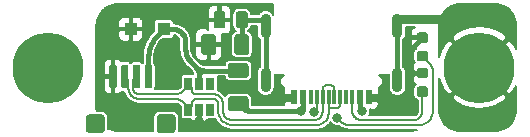
<source format=gbr>
G04 #@! TF.GenerationSoftware,KiCad,Pcbnew,(5.1.4)-1*
G04 #@! TF.CreationDate,2021-08-26T02:32:56-07:00*
G04 #@! TF.ProjectId,dboard,64626f61-7264-42e6-9b69-6361645f7063,rev?*
G04 #@! TF.SameCoordinates,Original*
G04 #@! TF.FileFunction,Copper,L2,Bot*
G04 #@! TF.FilePolarity,Positive*
%FSLAX46Y46*%
G04 Gerber Fmt 4.6, Leading zero omitted, Abs format (unit mm)*
G04 Created by KiCad (PCBNEW (5.1.4)-1) date 2021-08-26 02:32:56*
%MOMM*%
%LPD*%
G04 APERTURE LIST*
%ADD10R,1.100000X1.100000*%
%ADD11C,0.100000*%
%ADD12C,1.000000*%
%ADD13R,0.600000X1.300000*%
%ADD14R,0.300000X1.300000*%
%ADD15O,0.900000X2.050000*%
%ADD16C,1.600000*%
%ADD17C,0.600000*%
%ADD18R,0.650000X1.060000*%
%ADD19C,1.250000*%
%ADD20C,0.875000*%
%ADD21C,0.800000*%
%ADD22C,6.000000*%
%ADD23C,0.400000*%
%ADD24C,0.800000*%
%ADD25C,0.200000*%
G04 APERTURE END LIST*
D10*
X-17000000Y-2500000D03*
X-14200000Y-2500000D03*
D11*
G36*
X-7312996Y-976204D02*
G01*
X-7288727Y-979804D01*
X-7264929Y-985765D01*
X-7241829Y-994030D01*
X-7219651Y-1004520D01*
X-7198607Y-1017133D01*
X-7178902Y-1031747D01*
X-7160723Y-1048223D01*
X-7144247Y-1066402D01*
X-7129633Y-1086107D01*
X-7117020Y-1107151D01*
X-7106530Y-1129329D01*
X-7098265Y-1152429D01*
X-7092304Y-1176227D01*
X-7088704Y-1200496D01*
X-7087500Y-1225000D01*
X-7087500Y-2175000D01*
X-7088704Y-2199504D01*
X-7092304Y-2223773D01*
X-7098265Y-2247571D01*
X-7106530Y-2270671D01*
X-7117020Y-2292849D01*
X-7129633Y-2313893D01*
X-7144247Y-2333598D01*
X-7160723Y-2351777D01*
X-7178902Y-2368253D01*
X-7198607Y-2382867D01*
X-7219651Y-2395480D01*
X-7241829Y-2405970D01*
X-7264929Y-2414235D01*
X-7288727Y-2420196D01*
X-7312996Y-2423796D01*
X-7337500Y-2425000D01*
X-7837500Y-2425000D01*
X-7862004Y-2423796D01*
X-7886273Y-2420196D01*
X-7910071Y-2414235D01*
X-7933171Y-2405970D01*
X-7955349Y-2395480D01*
X-7976393Y-2382867D01*
X-7996098Y-2368253D01*
X-8014277Y-2351777D01*
X-8030753Y-2333598D01*
X-8045367Y-2313893D01*
X-8057980Y-2292849D01*
X-8068470Y-2270671D01*
X-8076735Y-2247571D01*
X-8082696Y-2223773D01*
X-8086296Y-2199504D01*
X-8087500Y-2175000D01*
X-8087500Y-1225000D01*
X-8086296Y-1200496D01*
X-8082696Y-1176227D01*
X-8076735Y-1152429D01*
X-8068470Y-1129329D01*
X-8057980Y-1107151D01*
X-8045367Y-1086107D01*
X-8030753Y-1066402D01*
X-8014277Y-1048223D01*
X-7996098Y-1031747D01*
X-7976393Y-1017133D01*
X-7955349Y-1004520D01*
X-7933171Y-994030D01*
X-7910071Y-985765D01*
X-7886273Y-979804D01*
X-7862004Y-976204D01*
X-7837500Y-975000D01*
X-7337500Y-975000D01*
X-7312996Y-976204D01*
X-7312996Y-976204D01*
G37*
D12*
X-7587500Y-1700000D03*
D11*
G36*
X-9212996Y-976204D02*
G01*
X-9188727Y-979804D01*
X-9164929Y-985765D01*
X-9141829Y-994030D01*
X-9119651Y-1004520D01*
X-9098607Y-1017133D01*
X-9078902Y-1031747D01*
X-9060723Y-1048223D01*
X-9044247Y-1066402D01*
X-9029633Y-1086107D01*
X-9017020Y-1107151D01*
X-9006530Y-1129329D01*
X-8998265Y-1152429D01*
X-8992304Y-1176227D01*
X-8988704Y-1200496D01*
X-8987500Y-1225000D01*
X-8987500Y-2175000D01*
X-8988704Y-2199504D01*
X-8992304Y-2223773D01*
X-8998265Y-2247571D01*
X-9006530Y-2270671D01*
X-9017020Y-2292849D01*
X-9029633Y-2313893D01*
X-9044247Y-2333598D01*
X-9060723Y-2351777D01*
X-9078902Y-2368253D01*
X-9098607Y-2382867D01*
X-9119651Y-2395480D01*
X-9141829Y-2405970D01*
X-9164929Y-2414235D01*
X-9188727Y-2420196D01*
X-9212996Y-2423796D01*
X-9237500Y-2425000D01*
X-9737500Y-2425000D01*
X-9762004Y-2423796D01*
X-9786273Y-2420196D01*
X-9810071Y-2414235D01*
X-9833171Y-2405970D01*
X-9855349Y-2395480D01*
X-9876393Y-2382867D01*
X-9896098Y-2368253D01*
X-9914277Y-2351777D01*
X-9930753Y-2333598D01*
X-9945367Y-2313893D01*
X-9957980Y-2292849D01*
X-9968470Y-2270671D01*
X-9976735Y-2247571D01*
X-9982696Y-2223773D01*
X-9986296Y-2199504D01*
X-9987500Y-2175000D01*
X-9987500Y-1225000D01*
X-9986296Y-1200496D01*
X-9982696Y-1176227D01*
X-9976735Y-1152429D01*
X-9968470Y-1129329D01*
X-9957980Y-1107151D01*
X-9945367Y-1086107D01*
X-9930753Y-1066402D01*
X-9914277Y-1048223D01*
X-9896098Y-1031747D01*
X-9876393Y-1017133D01*
X-9855349Y-1004520D01*
X-9833171Y-994030D01*
X-9810071Y-985765D01*
X-9786273Y-979804D01*
X-9762004Y-976204D01*
X-9737500Y-975000D01*
X-9237500Y-975000D01*
X-9212996Y-976204D01*
X-9212996Y-976204D01*
G37*
D12*
X-9487500Y-1700000D03*
D13*
X3200000Y-8200000D03*
X-3200000Y-8200000D03*
X2400000Y-8200000D03*
X-2400000Y-8200000D03*
D14*
X-1750000Y-8200000D03*
X1750000Y-8200000D03*
X-1250000Y-8200000D03*
X1250000Y-8200000D03*
X-750000Y-8200000D03*
X750000Y-8200000D03*
X250000Y-8200000D03*
X-250000Y-8200000D03*
D15*
X-5575000Y-6830000D03*
X5575000Y-6830000D03*
X-5575000Y-2230000D03*
X5575000Y-2230000D03*
D11*
G36*
X-19488635Y-9701541D02*
G01*
X-19457571Y-9706149D01*
X-19427109Y-9713779D01*
X-19397541Y-9724359D01*
X-19369153Y-9737785D01*
X-19342218Y-9753930D01*
X-19316994Y-9772637D01*
X-19293726Y-9793726D01*
X-19272637Y-9816994D01*
X-19253930Y-9842218D01*
X-19237785Y-9869153D01*
X-19224359Y-9897541D01*
X-19213779Y-9927109D01*
X-19206149Y-9957571D01*
X-19201541Y-9988635D01*
X-19200000Y-10020000D01*
X-19200000Y-10980000D01*
X-19201541Y-11011365D01*
X-19206149Y-11042429D01*
X-19213779Y-11072891D01*
X-19224359Y-11102459D01*
X-19237785Y-11130847D01*
X-19253930Y-11157782D01*
X-19272637Y-11183006D01*
X-19293726Y-11206274D01*
X-19316994Y-11227363D01*
X-19342218Y-11246070D01*
X-19369153Y-11262215D01*
X-19397541Y-11275641D01*
X-19427109Y-11286221D01*
X-19457571Y-11293851D01*
X-19488635Y-11298459D01*
X-19520000Y-11300000D01*
X-20480000Y-11300000D01*
X-20511365Y-11298459D01*
X-20542429Y-11293851D01*
X-20572891Y-11286221D01*
X-20602459Y-11275641D01*
X-20630847Y-11262215D01*
X-20657782Y-11246070D01*
X-20683006Y-11227363D01*
X-20706274Y-11206274D01*
X-20727363Y-11183006D01*
X-20746070Y-11157782D01*
X-20762215Y-11130847D01*
X-20775641Y-11102459D01*
X-20786221Y-11072891D01*
X-20793851Y-11042429D01*
X-20798459Y-11011365D01*
X-20800000Y-10980000D01*
X-20800000Y-10020000D01*
X-20798459Y-9988635D01*
X-20793851Y-9957571D01*
X-20786221Y-9927109D01*
X-20775641Y-9897541D01*
X-20762215Y-9869153D01*
X-20746070Y-9842218D01*
X-20727363Y-9816994D01*
X-20706274Y-9793726D01*
X-20683006Y-9772637D01*
X-20657782Y-9753930D01*
X-20630847Y-9737785D01*
X-20602459Y-9724359D01*
X-20572891Y-9713779D01*
X-20542429Y-9706149D01*
X-20511365Y-9701541D01*
X-20480000Y-9700000D01*
X-19520000Y-9700000D01*
X-19488635Y-9701541D01*
X-19488635Y-9701541D01*
G37*
D16*
X-20000000Y-10500000D03*
D11*
G36*
X-13488635Y-9701541D02*
G01*
X-13457571Y-9706149D01*
X-13427109Y-9713779D01*
X-13397541Y-9724359D01*
X-13369153Y-9737785D01*
X-13342218Y-9753930D01*
X-13316994Y-9772637D01*
X-13293726Y-9793726D01*
X-13272637Y-9816994D01*
X-13253930Y-9842218D01*
X-13237785Y-9869153D01*
X-13224359Y-9897541D01*
X-13213779Y-9927109D01*
X-13206149Y-9957571D01*
X-13201541Y-9988635D01*
X-13200000Y-10020000D01*
X-13200000Y-10980000D01*
X-13201541Y-11011365D01*
X-13206149Y-11042429D01*
X-13213779Y-11072891D01*
X-13224359Y-11102459D01*
X-13237785Y-11130847D01*
X-13253930Y-11157782D01*
X-13272637Y-11183006D01*
X-13293726Y-11206274D01*
X-13316994Y-11227363D01*
X-13342218Y-11246070D01*
X-13369153Y-11262215D01*
X-13397541Y-11275641D01*
X-13427109Y-11286221D01*
X-13457571Y-11293851D01*
X-13488635Y-11298459D01*
X-13520000Y-11300000D01*
X-14480000Y-11300000D01*
X-14511365Y-11298459D01*
X-14542429Y-11293851D01*
X-14572891Y-11286221D01*
X-14602459Y-11275641D01*
X-14630847Y-11262215D01*
X-14657782Y-11246070D01*
X-14683006Y-11227363D01*
X-14706274Y-11206274D01*
X-14727363Y-11183006D01*
X-14746070Y-11157782D01*
X-14762215Y-11130847D01*
X-14775641Y-11102459D01*
X-14786221Y-11072891D01*
X-14793851Y-11042429D01*
X-14798459Y-11011365D01*
X-14800000Y-10980000D01*
X-14800000Y-10020000D01*
X-14798459Y-9988635D01*
X-14793851Y-9957571D01*
X-14786221Y-9927109D01*
X-14775641Y-9897541D01*
X-14762215Y-9869153D01*
X-14746070Y-9842218D01*
X-14727363Y-9816994D01*
X-14706274Y-9793726D01*
X-14683006Y-9772637D01*
X-14657782Y-9753930D01*
X-14630847Y-9737785D01*
X-14602459Y-9724359D01*
X-14572891Y-9713779D01*
X-14542429Y-9706149D01*
X-14511365Y-9701541D01*
X-14480000Y-9700000D01*
X-13520000Y-9700000D01*
X-13488635Y-9701541D01*
X-13488635Y-9701541D01*
G37*
D16*
X-14000000Y-10500000D03*
D11*
G36*
X-18335297Y-5500722D02*
G01*
X-18320736Y-5502882D01*
X-18306457Y-5506459D01*
X-18292597Y-5511418D01*
X-18279290Y-5517712D01*
X-18266664Y-5525280D01*
X-18254841Y-5534048D01*
X-18243934Y-5543934D01*
X-18234048Y-5554841D01*
X-18225280Y-5566664D01*
X-18217712Y-5579290D01*
X-18211418Y-5592597D01*
X-18206459Y-5606457D01*
X-18202882Y-5620736D01*
X-18200722Y-5635297D01*
X-18200000Y-5650000D01*
X-18200000Y-7350000D01*
X-18200722Y-7364703D01*
X-18202882Y-7379264D01*
X-18206459Y-7393543D01*
X-18211418Y-7407403D01*
X-18217712Y-7420710D01*
X-18225280Y-7433336D01*
X-18234048Y-7445159D01*
X-18243934Y-7456066D01*
X-18254841Y-7465952D01*
X-18266664Y-7474720D01*
X-18279290Y-7482288D01*
X-18292597Y-7488582D01*
X-18306457Y-7493541D01*
X-18320736Y-7497118D01*
X-18335297Y-7499278D01*
X-18350000Y-7500000D01*
X-18650000Y-7500000D01*
X-18664703Y-7499278D01*
X-18679264Y-7497118D01*
X-18693543Y-7493541D01*
X-18707403Y-7488582D01*
X-18720710Y-7482288D01*
X-18733336Y-7474720D01*
X-18745159Y-7465952D01*
X-18756066Y-7456066D01*
X-18765952Y-7445159D01*
X-18774720Y-7433336D01*
X-18782288Y-7420710D01*
X-18788582Y-7407403D01*
X-18793541Y-7393543D01*
X-18797118Y-7379264D01*
X-18799278Y-7364703D01*
X-18800000Y-7350000D01*
X-18800000Y-5650000D01*
X-18799278Y-5635297D01*
X-18797118Y-5620736D01*
X-18793541Y-5606457D01*
X-18788582Y-5592597D01*
X-18782288Y-5579290D01*
X-18774720Y-5566664D01*
X-18765952Y-5554841D01*
X-18756066Y-5543934D01*
X-18745159Y-5534048D01*
X-18733336Y-5525280D01*
X-18720710Y-5517712D01*
X-18707403Y-5511418D01*
X-18693543Y-5506459D01*
X-18679264Y-5502882D01*
X-18664703Y-5500722D01*
X-18650000Y-5500000D01*
X-18350000Y-5500000D01*
X-18335297Y-5500722D01*
X-18335297Y-5500722D01*
G37*
D17*
X-18500000Y-6500000D03*
D11*
G36*
X-17335297Y-5500722D02*
G01*
X-17320736Y-5502882D01*
X-17306457Y-5506459D01*
X-17292597Y-5511418D01*
X-17279290Y-5517712D01*
X-17266664Y-5525280D01*
X-17254841Y-5534048D01*
X-17243934Y-5543934D01*
X-17234048Y-5554841D01*
X-17225280Y-5566664D01*
X-17217712Y-5579290D01*
X-17211418Y-5592597D01*
X-17206459Y-5606457D01*
X-17202882Y-5620736D01*
X-17200722Y-5635297D01*
X-17200000Y-5650000D01*
X-17200000Y-7350000D01*
X-17200722Y-7364703D01*
X-17202882Y-7379264D01*
X-17206459Y-7393543D01*
X-17211418Y-7407403D01*
X-17217712Y-7420710D01*
X-17225280Y-7433336D01*
X-17234048Y-7445159D01*
X-17243934Y-7456066D01*
X-17254841Y-7465952D01*
X-17266664Y-7474720D01*
X-17279290Y-7482288D01*
X-17292597Y-7488582D01*
X-17306457Y-7493541D01*
X-17320736Y-7497118D01*
X-17335297Y-7499278D01*
X-17350000Y-7500000D01*
X-17650000Y-7500000D01*
X-17664703Y-7499278D01*
X-17679264Y-7497118D01*
X-17693543Y-7493541D01*
X-17707403Y-7488582D01*
X-17720710Y-7482288D01*
X-17733336Y-7474720D01*
X-17745159Y-7465952D01*
X-17756066Y-7456066D01*
X-17765952Y-7445159D01*
X-17774720Y-7433336D01*
X-17782288Y-7420710D01*
X-17788582Y-7407403D01*
X-17793541Y-7393543D01*
X-17797118Y-7379264D01*
X-17799278Y-7364703D01*
X-17800000Y-7350000D01*
X-17800000Y-5650000D01*
X-17799278Y-5635297D01*
X-17797118Y-5620736D01*
X-17793541Y-5606457D01*
X-17788582Y-5592597D01*
X-17782288Y-5579290D01*
X-17774720Y-5566664D01*
X-17765952Y-5554841D01*
X-17756066Y-5543934D01*
X-17745159Y-5534048D01*
X-17733336Y-5525280D01*
X-17720710Y-5517712D01*
X-17707403Y-5511418D01*
X-17693543Y-5506459D01*
X-17679264Y-5502882D01*
X-17664703Y-5500722D01*
X-17650000Y-5500000D01*
X-17350000Y-5500000D01*
X-17335297Y-5500722D01*
X-17335297Y-5500722D01*
G37*
D17*
X-17500000Y-6500000D03*
D11*
G36*
X-16335297Y-5500722D02*
G01*
X-16320736Y-5502882D01*
X-16306457Y-5506459D01*
X-16292597Y-5511418D01*
X-16279290Y-5517712D01*
X-16266664Y-5525280D01*
X-16254841Y-5534048D01*
X-16243934Y-5543934D01*
X-16234048Y-5554841D01*
X-16225280Y-5566664D01*
X-16217712Y-5579290D01*
X-16211418Y-5592597D01*
X-16206459Y-5606457D01*
X-16202882Y-5620736D01*
X-16200722Y-5635297D01*
X-16200000Y-5650000D01*
X-16200000Y-7350000D01*
X-16200722Y-7364703D01*
X-16202882Y-7379264D01*
X-16206459Y-7393543D01*
X-16211418Y-7407403D01*
X-16217712Y-7420710D01*
X-16225280Y-7433336D01*
X-16234048Y-7445159D01*
X-16243934Y-7456066D01*
X-16254841Y-7465952D01*
X-16266664Y-7474720D01*
X-16279290Y-7482288D01*
X-16292597Y-7488582D01*
X-16306457Y-7493541D01*
X-16320736Y-7497118D01*
X-16335297Y-7499278D01*
X-16350000Y-7500000D01*
X-16650000Y-7500000D01*
X-16664703Y-7499278D01*
X-16679264Y-7497118D01*
X-16693543Y-7493541D01*
X-16707403Y-7488582D01*
X-16720710Y-7482288D01*
X-16733336Y-7474720D01*
X-16745159Y-7465952D01*
X-16756066Y-7456066D01*
X-16765952Y-7445159D01*
X-16774720Y-7433336D01*
X-16782288Y-7420710D01*
X-16788582Y-7407403D01*
X-16793541Y-7393543D01*
X-16797118Y-7379264D01*
X-16799278Y-7364703D01*
X-16800000Y-7350000D01*
X-16800000Y-5650000D01*
X-16799278Y-5635297D01*
X-16797118Y-5620736D01*
X-16793541Y-5606457D01*
X-16788582Y-5592597D01*
X-16782288Y-5579290D01*
X-16774720Y-5566664D01*
X-16765952Y-5554841D01*
X-16756066Y-5543934D01*
X-16745159Y-5534048D01*
X-16733336Y-5525280D01*
X-16720710Y-5517712D01*
X-16707403Y-5511418D01*
X-16693543Y-5506459D01*
X-16679264Y-5502882D01*
X-16664703Y-5500722D01*
X-16650000Y-5500000D01*
X-16350000Y-5500000D01*
X-16335297Y-5500722D01*
X-16335297Y-5500722D01*
G37*
D17*
X-16500000Y-6500000D03*
D11*
G36*
X-15335297Y-5500722D02*
G01*
X-15320736Y-5502882D01*
X-15306457Y-5506459D01*
X-15292597Y-5511418D01*
X-15279290Y-5517712D01*
X-15266664Y-5525280D01*
X-15254841Y-5534048D01*
X-15243934Y-5543934D01*
X-15234048Y-5554841D01*
X-15225280Y-5566664D01*
X-15217712Y-5579290D01*
X-15211418Y-5592597D01*
X-15206459Y-5606457D01*
X-15202882Y-5620736D01*
X-15200722Y-5635297D01*
X-15200000Y-5650000D01*
X-15200000Y-7350000D01*
X-15200722Y-7364703D01*
X-15202882Y-7379264D01*
X-15206459Y-7393543D01*
X-15211418Y-7407403D01*
X-15217712Y-7420710D01*
X-15225280Y-7433336D01*
X-15234048Y-7445159D01*
X-15243934Y-7456066D01*
X-15254841Y-7465952D01*
X-15266664Y-7474720D01*
X-15279290Y-7482288D01*
X-15292597Y-7488582D01*
X-15306457Y-7493541D01*
X-15320736Y-7497118D01*
X-15335297Y-7499278D01*
X-15350000Y-7500000D01*
X-15650000Y-7500000D01*
X-15664703Y-7499278D01*
X-15679264Y-7497118D01*
X-15693543Y-7493541D01*
X-15707403Y-7488582D01*
X-15720710Y-7482288D01*
X-15733336Y-7474720D01*
X-15745159Y-7465952D01*
X-15756066Y-7456066D01*
X-15765952Y-7445159D01*
X-15774720Y-7433336D01*
X-15782288Y-7420710D01*
X-15788582Y-7407403D01*
X-15793541Y-7393543D01*
X-15797118Y-7379264D01*
X-15799278Y-7364703D01*
X-15800000Y-7350000D01*
X-15800000Y-5650000D01*
X-15799278Y-5635297D01*
X-15797118Y-5620736D01*
X-15793541Y-5606457D01*
X-15788582Y-5592597D01*
X-15782288Y-5579290D01*
X-15774720Y-5566664D01*
X-15765952Y-5554841D01*
X-15756066Y-5543934D01*
X-15745159Y-5534048D01*
X-15733336Y-5525280D01*
X-15720710Y-5517712D01*
X-15707403Y-5511418D01*
X-15693543Y-5506459D01*
X-15679264Y-5502882D01*
X-15664703Y-5500722D01*
X-15650000Y-5500000D01*
X-15350000Y-5500000D01*
X-15335297Y-5500722D01*
X-15335297Y-5500722D01*
G37*
D17*
X-15500000Y-6500000D03*
D18*
X-10250000Y-9300000D03*
X-11200000Y-9300000D03*
X-12150000Y-9300000D03*
X-12150000Y-7100000D03*
X-10250000Y-7100000D03*
X-11200000Y-7100000D03*
D11*
G36*
X-10000496Y-2926204D02*
G01*
X-9976227Y-2929804D01*
X-9952429Y-2935765D01*
X-9929329Y-2944030D01*
X-9907151Y-2954520D01*
X-9886107Y-2967133D01*
X-9866402Y-2981747D01*
X-9848223Y-2998223D01*
X-9831747Y-3016402D01*
X-9817133Y-3036107D01*
X-9804520Y-3057151D01*
X-9794030Y-3079329D01*
X-9785765Y-3102429D01*
X-9779804Y-3126227D01*
X-9776204Y-3150496D01*
X-9775000Y-3175000D01*
X-9775000Y-4425000D01*
X-9776204Y-4449504D01*
X-9779804Y-4473773D01*
X-9785765Y-4497571D01*
X-9794030Y-4520671D01*
X-9804520Y-4542849D01*
X-9817133Y-4563893D01*
X-9831747Y-4583598D01*
X-9848223Y-4601777D01*
X-9866402Y-4618253D01*
X-9886107Y-4632867D01*
X-9907151Y-4645480D01*
X-9929329Y-4655970D01*
X-9952429Y-4664235D01*
X-9976227Y-4670196D01*
X-10000496Y-4673796D01*
X-10025000Y-4675000D01*
X-10775000Y-4675000D01*
X-10799504Y-4673796D01*
X-10823773Y-4670196D01*
X-10847571Y-4664235D01*
X-10870671Y-4655970D01*
X-10892849Y-4645480D01*
X-10913893Y-4632867D01*
X-10933598Y-4618253D01*
X-10951777Y-4601777D01*
X-10968253Y-4583598D01*
X-10982867Y-4563893D01*
X-10995480Y-4542849D01*
X-11005970Y-4520671D01*
X-11014235Y-4497571D01*
X-11020196Y-4473773D01*
X-11023796Y-4449504D01*
X-11025000Y-4425000D01*
X-11025000Y-3175000D01*
X-11023796Y-3150496D01*
X-11020196Y-3126227D01*
X-11014235Y-3102429D01*
X-11005970Y-3079329D01*
X-10995480Y-3057151D01*
X-10982867Y-3036107D01*
X-10968253Y-3016402D01*
X-10951777Y-2998223D01*
X-10933598Y-2981747D01*
X-10913893Y-2967133D01*
X-10892849Y-2954520D01*
X-10870671Y-2944030D01*
X-10847571Y-2935765D01*
X-10823773Y-2929804D01*
X-10799504Y-2926204D01*
X-10775000Y-2925000D01*
X-10025000Y-2925000D01*
X-10000496Y-2926204D01*
X-10000496Y-2926204D01*
G37*
D19*
X-10400000Y-3800000D03*
D11*
G36*
X-7200496Y-2926204D02*
G01*
X-7176227Y-2929804D01*
X-7152429Y-2935765D01*
X-7129329Y-2944030D01*
X-7107151Y-2954520D01*
X-7086107Y-2967133D01*
X-7066402Y-2981747D01*
X-7048223Y-2998223D01*
X-7031747Y-3016402D01*
X-7017133Y-3036107D01*
X-7004520Y-3057151D01*
X-6994030Y-3079329D01*
X-6985765Y-3102429D01*
X-6979804Y-3126227D01*
X-6976204Y-3150496D01*
X-6975000Y-3175000D01*
X-6975000Y-4425000D01*
X-6976204Y-4449504D01*
X-6979804Y-4473773D01*
X-6985765Y-4497571D01*
X-6994030Y-4520671D01*
X-7004520Y-4542849D01*
X-7017133Y-4563893D01*
X-7031747Y-4583598D01*
X-7048223Y-4601777D01*
X-7066402Y-4618253D01*
X-7086107Y-4632867D01*
X-7107151Y-4645480D01*
X-7129329Y-4655970D01*
X-7152429Y-4664235D01*
X-7176227Y-4670196D01*
X-7200496Y-4673796D01*
X-7225000Y-4675000D01*
X-7975000Y-4675000D01*
X-7999504Y-4673796D01*
X-8023773Y-4670196D01*
X-8047571Y-4664235D01*
X-8070671Y-4655970D01*
X-8092849Y-4645480D01*
X-8113893Y-4632867D01*
X-8133598Y-4618253D01*
X-8151777Y-4601777D01*
X-8168253Y-4583598D01*
X-8182867Y-4563893D01*
X-8195480Y-4542849D01*
X-8205970Y-4520671D01*
X-8214235Y-4497571D01*
X-8220196Y-4473773D01*
X-8223796Y-4449504D01*
X-8225000Y-4425000D01*
X-8225000Y-3175000D01*
X-8223796Y-3150496D01*
X-8220196Y-3126227D01*
X-8214235Y-3102429D01*
X-8205970Y-3079329D01*
X-8195480Y-3057151D01*
X-8182867Y-3036107D01*
X-8168253Y-3016402D01*
X-8151777Y-2998223D01*
X-8133598Y-2981747D01*
X-8113893Y-2967133D01*
X-8092849Y-2954520D01*
X-8070671Y-2944030D01*
X-8047571Y-2935765D01*
X-8023773Y-2929804D01*
X-7999504Y-2926204D01*
X-7975000Y-2925000D01*
X-7225000Y-2925000D01*
X-7200496Y-2926204D01*
X-7200496Y-2926204D01*
G37*
D19*
X-7600000Y-3800000D03*
D11*
G36*
X7977691Y-7351053D02*
G01*
X7998926Y-7354203D01*
X8019750Y-7359419D01*
X8039962Y-7366651D01*
X8059368Y-7375830D01*
X8077781Y-7386866D01*
X8095024Y-7399654D01*
X8110930Y-7414070D01*
X8125346Y-7429976D01*
X8138134Y-7447219D01*
X8149170Y-7465632D01*
X8158349Y-7485038D01*
X8165581Y-7505250D01*
X8170797Y-7526074D01*
X8173947Y-7547309D01*
X8175000Y-7568750D01*
X8175000Y-8006250D01*
X8173947Y-8027691D01*
X8170797Y-8048926D01*
X8165581Y-8069750D01*
X8158349Y-8089962D01*
X8149170Y-8109368D01*
X8138134Y-8127781D01*
X8125346Y-8145024D01*
X8110930Y-8160930D01*
X8095024Y-8175346D01*
X8077781Y-8188134D01*
X8059368Y-8199170D01*
X8039962Y-8208349D01*
X8019750Y-8215581D01*
X7998926Y-8220797D01*
X7977691Y-8223947D01*
X7956250Y-8225000D01*
X7443750Y-8225000D01*
X7422309Y-8223947D01*
X7401074Y-8220797D01*
X7380250Y-8215581D01*
X7360038Y-8208349D01*
X7340632Y-8199170D01*
X7322219Y-8188134D01*
X7304976Y-8175346D01*
X7289070Y-8160930D01*
X7274654Y-8145024D01*
X7261866Y-8127781D01*
X7250830Y-8109368D01*
X7241651Y-8089962D01*
X7234419Y-8069750D01*
X7229203Y-8048926D01*
X7226053Y-8027691D01*
X7225000Y-8006250D01*
X7225000Y-7568750D01*
X7226053Y-7547309D01*
X7229203Y-7526074D01*
X7234419Y-7505250D01*
X7241651Y-7485038D01*
X7250830Y-7465632D01*
X7261866Y-7447219D01*
X7274654Y-7429976D01*
X7289070Y-7414070D01*
X7304976Y-7399654D01*
X7322219Y-7386866D01*
X7340632Y-7375830D01*
X7360038Y-7366651D01*
X7380250Y-7359419D01*
X7401074Y-7354203D01*
X7422309Y-7351053D01*
X7443750Y-7350000D01*
X7956250Y-7350000D01*
X7977691Y-7351053D01*
X7977691Y-7351053D01*
G37*
D20*
X7700000Y-7787500D03*
D11*
G36*
X7977691Y-5776053D02*
G01*
X7998926Y-5779203D01*
X8019750Y-5784419D01*
X8039962Y-5791651D01*
X8059368Y-5800830D01*
X8077781Y-5811866D01*
X8095024Y-5824654D01*
X8110930Y-5839070D01*
X8125346Y-5854976D01*
X8138134Y-5872219D01*
X8149170Y-5890632D01*
X8158349Y-5910038D01*
X8165581Y-5930250D01*
X8170797Y-5951074D01*
X8173947Y-5972309D01*
X8175000Y-5993750D01*
X8175000Y-6431250D01*
X8173947Y-6452691D01*
X8170797Y-6473926D01*
X8165581Y-6494750D01*
X8158349Y-6514962D01*
X8149170Y-6534368D01*
X8138134Y-6552781D01*
X8125346Y-6570024D01*
X8110930Y-6585930D01*
X8095024Y-6600346D01*
X8077781Y-6613134D01*
X8059368Y-6624170D01*
X8039962Y-6633349D01*
X8019750Y-6640581D01*
X7998926Y-6645797D01*
X7977691Y-6648947D01*
X7956250Y-6650000D01*
X7443750Y-6650000D01*
X7422309Y-6648947D01*
X7401074Y-6645797D01*
X7380250Y-6640581D01*
X7360038Y-6633349D01*
X7340632Y-6624170D01*
X7322219Y-6613134D01*
X7304976Y-6600346D01*
X7289070Y-6585930D01*
X7274654Y-6570024D01*
X7261866Y-6552781D01*
X7250830Y-6534368D01*
X7241651Y-6514962D01*
X7234419Y-6494750D01*
X7229203Y-6473926D01*
X7226053Y-6452691D01*
X7225000Y-6431250D01*
X7225000Y-5993750D01*
X7226053Y-5972309D01*
X7229203Y-5951074D01*
X7234419Y-5930250D01*
X7241651Y-5910038D01*
X7250830Y-5890632D01*
X7261866Y-5872219D01*
X7274654Y-5854976D01*
X7289070Y-5839070D01*
X7304976Y-5824654D01*
X7322219Y-5811866D01*
X7340632Y-5800830D01*
X7360038Y-5791651D01*
X7380250Y-5784419D01*
X7401074Y-5779203D01*
X7422309Y-5776053D01*
X7443750Y-5775000D01*
X7956250Y-5775000D01*
X7977691Y-5776053D01*
X7977691Y-5776053D01*
G37*
D20*
X7700000Y-6212500D03*
D11*
G36*
X7977691Y-4351053D02*
G01*
X7998926Y-4354203D01*
X8019750Y-4359419D01*
X8039962Y-4366651D01*
X8059368Y-4375830D01*
X8077781Y-4386866D01*
X8095024Y-4399654D01*
X8110930Y-4414070D01*
X8125346Y-4429976D01*
X8138134Y-4447219D01*
X8149170Y-4465632D01*
X8158349Y-4485038D01*
X8165581Y-4505250D01*
X8170797Y-4526074D01*
X8173947Y-4547309D01*
X8175000Y-4568750D01*
X8175000Y-5006250D01*
X8173947Y-5027691D01*
X8170797Y-5048926D01*
X8165581Y-5069750D01*
X8158349Y-5089962D01*
X8149170Y-5109368D01*
X8138134Y-5127781D01*
X8125346Y-5145024D01*
X8110930Y-5160930D01*
X8095024Y-5175346D01*
X8077781Y-5188134D01*
X8059368Y-5199170D01*
X8039962Y-5208349D01*
X8019750Y-5215581D01*
X7998926Y-5220797D01*
X7977691Y-5223947D01*
X7956250Y-5225000D01*
X7443750Y-5225000D01*
X7422309Y-5223947D01*
X7401074Y-5220797D01*
X7380250Y-5215581D01*
X7360038Y-5208349D01*
X7340632Y-5199170D01*
X7322219Y-5188134D01*
X7304976Y-5175346D01*
X7289070Y-5160930D01*
X7274654Y-5145024D01*
X7261866Y-5127781D01*
X7250830Y-5109368D01*
X7241651Y-5089962D01*
X7234419Y-5069750D01*
X7229203Y-5048926D01*
X7226053Y-5027691D01*
X7225000Y-5006250D01*
X7225000Y-4568750D01*
X7226053Y-4547309D01*
X7229203Y-4526074D01*
X7234419Y-4505250D01*
X7241651Y-4485038D01*
X7250830Y-4465632D01*
X7261866Y-4447219D01*
X7274654Y-4429976D01*
X7289070Y-4414070D01*
X7304976Y-4399654D01*
X7322219Y-4386866D01*
X7340632Y-4375830D01*
X7360038Y-4366651D01*
X7380250Y-4359419D01*
X7401074Y-4354203D01*
X7422309Y-4351053D01*
X7443750Y-4350000D01*
X7956250Y-4350000D01*
X7977691Y-4351053D01*
X7977691Y-4351053D01*
G37*
D20*
X7700000Y-4787500D03*
D11*
G36*
X7977691Y-2776053D02*
G01*
X7998926Y-2779203D01*
X8019750Y-2784419D01*
X8039962Y-2791651D01*
X8059368Y-2800830D01*
X8077781Y-2811866D01*
X8095024Y-2824654D01*
X8110930Y-2839070D01*
X8125346Y-2854976D01*
X8138134Y-2872219D01*
X8149170Y-2890632D01*
X8158349Y-2910038D01*
X8165581Y-2930250D01*
X8170797Y-2951074D01*
X8173947Y-2972309D01*
X8175000Y-2993750D01*
X8175000Y-3431250D01*
X8173947Y-3452691D01*
X8170797Y-3473926D01*
X8165581Y-3494750D01*
X8158349Y-3514962D01*
X8149170Y-3534368D01*
X8138134Y-3552781D01*
X8125346Y-3570024D01*
X8110930Y-3585930D01*
X8095024Y-3600346D01*
X8077781Y-3613134D01*
X8059368Y-3624170D01*
X8039962Y-3633349D01*
X8019750Y-3640581D01*
X7998926Y-3645797D01*
X7977691Y-3648947D01*
X7956250Y-3650000D01*
X7443750Y-3650000D01*
X7422309Y-3648947D01*
X7401074Y-3645797D01*
X7380250Y-3640581D01*
X7360038Y-3633349D01*
X7340632Y-3624170D01*
X7322219Y-3613134D01*
X7304976Y-3600346D01*
X7289070Y-3585930D01*
X7274654Y-3570024D01*
X7261866Y-3552781D01*
X7250830Y-3534368D01*
X7241651Y-3514962D01*
X7234419Y-3494750D01*
X7229203Y-3473926D01*
X7226053Y-3452691D01*
X7225000Y-3431250D01*
X7225000Y-2993750D01*
X7226053Y-2972309D01*
X7229203Y-2951074D01*
X7234419Y-2930250D01*
X7241651Y-2910038D01*
X7250830Y-2890632D01*
X7261866Y-2872219D01*
X7274654Y-2854976D01*
X7289070Y-2839070D01*
X7304976Y-2824654D01*
X7322219Y-2811866D01*
X7340632Y-2800830D01*
X7360038Y-2791651D01*
X7380250Y-2784419D01*
X7401074Y-2779203D01*
X7422309Y-2776053D01*
X7443750Y-2775000D01*
X7956250Y-2775000D01*
X7977691Y-2776053D01*
X7977691Y-2776053D01*
G37*
D20*
X7700000Y-3212500D03*
D21*
X10873654Y-4123654D03*
X12500000Y-3450000D03*
X14126346Y-4123654D03*
X14800000Y-5750000D03*
X14126346Y-7376346D03*
X12500000Y-8050000D03*
X10873654Y-7376346D03*
X10200000Y-5750000D03*
D22*
X12500000Y-5750000D03*
D21*
X-25626346Y-7376346D03*
X-24000000Y-8050000D03*
X-22373654Y-7376346D03*
X-21700000Y-5750000D03*
X-22373654Y-4123654D03*
X-24000000Y-3450000D03*
X-25626346Y-4123654D03*
X-26300000Y-5750000D03*
D22*
X-24000000Y-5750000D03*
D11*
G36*
X-7250496Y-8176204D02*
G01*
X-7226227Y-8179804D01*
X-7202429Y-8185765D01*
X-7179329Y-8194030D01*
X-7157151Y-8204520D01*
X-7136107Y-8217133D01*
X-7116402Y-8231747D01*
X-7098223Y-8248223D01*
X-7081747Y-8266402D01*
X-7067133Y-8286107D01*
X-7054520Y-8307151D01*
X-7044030Y-8329329D01*
X-7035765Y-8352429D01*
X-7029804Y-8376227D01*
X-7026204Y-8400496D01*
X-7025000Y-8425000D01*
X-7025000Y-9175000D01*
X-7026204Y-9199504D01*
X-7029804Y-9223773D01*
X-7035765Y-9247571D01*
X-7044030Y-9270671D01*
X-7054520Y-9292849D01*
X-7067133Y-9313893D01*
X-7081747Y-9333598D01*
X-7098223Y-9351777D01*
X-7116402Y-9368253D01*
X-7136107Y-9382867D01*
X-7157151Y-9395480D01*
X-7179329Y-9405970D01*
X-7202429Y-9414235D01*
X-7226227Y-9420196D01*
X-7250496Y-9423796D01*
X-7275000Y-9425000D01*
X-8525000Y-9425000D01*
X-8549504Y-9423796D01*
X-8573773Y-9420196D01*
X-8597571Y-9414235D01*
X-8620671Y-9405970D01*
X-8642849Y-9395480D01*
X-8663893Y-9382867D01*
X-8683598Y-9368253D01*
X-8701777Y-9351777D01*
X-8718253Y-9333598D01*
X-8732867Y-9313893D01*
X-8745480Y-9292849D01*
X-8755970Y-9270671D01*
X-8764235Y-9247571D01*
X-8770196Y-9223773D01*
X-8773796Y-9199504D01*
X-8775000Y-9175000D01*
X-8775000Y-8425000D01*
X-8773796Y-8400496D01*
X-8770196Y-8376227D01*
X-8764235Y-8352429D01*
X-8755970Y-8329329D01*
X-8745480Y-8307151D01*
X-8732867Y-8286107D01*
X-8718253Y-8266402D01*
X-8701777Y-8248223D01*
X-8683598Y-8231747D01*
X-8663893Y-8217133D01*
X-8642849Y-8204520D01*
X-8620671Y-8194030D01*
X-8597571Y-8185765D01*
X-8573773Y-8179804D01*
X-8549504Y-8176204D01*
X-8525000Y-8175000D01*
X-7275000Y-8175000D01*
X-7250496Y-8176204D01*
X-7250496Y-8176204D01*
G37*
D19*
X-7900000Y-8800000D03*
D11*
G36*
X-7250496Y-5376204D02*
G01*
X-7226227Y-5379804D01*
X-7202429Y-5385765D01*
X-7179329Y-5394030D01*
X-7157151Y-5404520D01*
X-7136107Y-5417133D01*
X-7116402Y-5431747D01*
X-7098223Y-5448223D01*
X-7081747Y-5466402D01*
X-7067133Y-5486107D01*
X-7054520Y-5507151D01*
X-7044030Y-5529329D01*
X-7035765Y-5552429D01*
X-7029804Y-5576227D01*
X-7026204Y-5600496D01*
X-7025000Y-5625000D01*
X-7025000Y-6375000D01*
X-7026204Y-6399504D01*
X-7029804Y-6423773D01*
X-7035765Y-6447571D01*
X-7044030Y-6470671D01*
X-7054520Y-6492849D01*
X-7067133Y-6513893D01*
X-7081747Y-6533598D01*
X-7098223Y-6551777D01*
X-7116402Y-6568253D01*
X-7136107Y-6582867D01*
X-7157151Y-6595480D01*
X-7179329Y-6605970D01*
X-7202429Y-6614235D01*
X-7226227Y-6620196D01*
X-7250496Y-6623796D01*
X-7275000Y-6625000D01*
X-8525000Y-6625000D01*
X-8549504Y-6623796D01*
X-8573773Y-6620196D01*
X-8597571Y-6614235D01*
X-8620671Y-6605970D01*
X-8642849Y-6595480D01*
X-8663893Y-6582867D01*
X-8683598Y-6568253D01*
X-8701777Y-6551777D01*
X-8718253Y-6533598D01*
X-8732867Y-6513893D01*
X-8745480Y-6492849D01*
X-8755970Y-6470671D01*
X-8764235Y-6447571D01*
X-8770196Y-6423773D01*
X-8773796Y-6399504D01*
X-8775000Y-6375000D01*
X-8775000Y-5625000D01*
X-8773796Y-5600496D01*
X-8770196Y-5576227D01*
X-8764235Y-5552429D01*
X-8755970Y-5529329D01*
X-8745480Y-5507151D01*
X-8732867Y-5486107D01*
X-8718253Y-5466402D01*
X-8701777Y-5448223D01*
X-8683598Y-5431747D01*
X-8663893Y-5417133D01*
X-8642849Y-5404520D01*
X-8620671Y-5394030D01*
X-8597571Y-5385765D01*
X-8573773Y-5379804D01*
X-8549504Y-5376204D01*
X-8525000Y-5375000D01*
X-7275000Y-5375000D01*
X-7250496Y-5376204D01*
X-7250496Y-5376204D01*
G37*
D19*
X-7900000Y-6000000D03*
D21*
X-4100000Y-8400000D03*
X4100000Y-8400000D03*
X-11200000Y-10300000D03*
X-13600000Y-4600000D03*
X-13800000Y-6600000D03*
X-10900000Y-2000000D03*
X-18500000Y-4600000D03*
X-18500000Y-8800000D03*
X-2600000Y-9400000D03*
X2600000Y-9400000D03*
X-1500000Y-9500000D03*
X500000Y-10000000D03*
D23*
X3200000Y-8200000D02*
X3200000Y-8300000D01*
X-4100000Y-8400000D02*
X-3200000Y-8400000D01*
X3200000Y-8400000D02*
X4100000Y-8400000D01*
X-11200000Y-9300000D02*
X-11200000Y-10300000D01*
X4517157Y-8817157D02*
X4100000Y-8400000D01*
X4517157Y-8817157D02*
X4551485Y-8849840D01*
X4551485Y-8849840D02*
X4587375Y-8880799D01*
X4587375Y-8880799D02*
X4624741Y-8909960D01*
X4624741Y-8909960D02*
X4663493Y-8937252D01*
X4663493Y-8937252D02*
X4703538Y-8962610D01*
X4703538Y-8962610D02*
X4744778Y-8985972D01*
X4744778Y-8985972D02*
X4787116Y-9007283D01*
X4787116Y-9007283D02*
X4830448Y-9026491D01*
X4830448Y-9026491D02*
X4874670Y-9043549D01*
X4874670Y-9043549D02*
X4919676Y-9058417D01*
X4919676Y-9058417D02*
X4965357Y-9071059D01*
X4965357Y-9071059D02*
X5011604Y-9081444D01*
X5011604Y-9081444D02*
X5058304Y-9089547D01*
X5058304Y-9089547D02*
X5105346Y-9095349D01*
X5105346Y-9095349D02*
X5152616Y-9098836D01*
X5152616Y-9098836D02*
X5200000Y-9100000D01*
X6982842Y-3929657D02*
X7700000Y-3212500D01*
X6982842Y-3929657D02*
X6950158Y-3963984D01*
X6950158Y-3963984D02*
X6919199Y-3999875D01*
X6919199Y-3999875D02*
X6890038Y-4037241D01*
X6890038Y-4037241D02*
X6862746Y-4075993D01*
X6862746Y-4075993D02*
X6837388Y-4116038D01*
X6837388Y-4116038D02*
X6814026Y-4157278D01*
X6814026Y-4157278D02*
X6792715Y-4199616D01*
X6792715Y-4199616D02*
X6773507Y-4242948D01*
X6773507Y-4242948D02*
X6756449Y-4287170D01*
X6756449Y-4287170D02*
X6741581Y-4332176D01*
X6741581Y-4332176D02*
X6728939Y-4377857D01*
X6728939Y-4377857D02*
X6718554Y-4424104D01*
X6718554Y-4424104D02*
X6710451Y-4470804D01*
X6710451Y-4470804D02*
X6704649Y-4517846D01*
X6704649Y-4517846D02*
X6701162Y-4565116D01*
X6701162Y-4565116D02*
X6700000Y-4612500D01*
X6700000Y-8300000D02*
X6696147Y-8378413D01*
X6696147Y-8378413D02*
X6684628Y-8456072D01*
X6684628Y-8456072D02*
X6665552Y-8532227D01*
X6665552Y-8532227D02*
X6639103Y-8606146D01*
X6639103Y-8606146D02*
X6605537Y-8677117D01*
X6605537Y-8677117D02*
X6565175Y-8744456D01*
X6565175Y-8744456D02*
X6518408Y-8807514D01*
X6518408Y-8807514D02*
X6465685Y-8865685D01*
X6465685Y-8865685D02*
X6407514Y-8918408D01*
X6407514Y-8918408D02*
X6344456Y-8965175D01*
X6344456Y-8965175D02*
X6277117Y-9005537D01*
X6277117Y-9005537D02*
X6206146Y-9039103D01*
X6206146Y-9039103D02*
X6132227Y-9065552D01*
X6132227Y-9065552D02*
X6056072Y-9084628D01*
X6056072Y-9084628D02*
X5978413Y-9096147D01*
X5978413Y-9096147D02*
X5900000Y-9100000D01*
X5900000Y-9100000D02*
X5200000Y-9100000D01*
X7100000Y-6212500D02*
X7060793Y-6210573D01*
X7060793Y-6210573D02*
X7021963Y-6204814D01*
X7021963Y-6204814D02*
X6983886Y-6195276D01*
X6983886Y-6195276D02*
X6946926Y-6182051D01*
X6946926Y-6182051D02*
X6911441Y-6165268D01*
X6911441Y-6165268D02*
X6877771Y-6145087D01*
X6877771Y-6145087D02*
X6846242Y-6121704D01*
X6846242Y-6121704D02*
X6817157Y-6095342D01*
X6817157Y-6095342D02*
X6790795Y-6066257D01*
X6790795Y-6066257D02*
X6767412Y-6034728D01*
X6767412Y-6034728D02*
X6747231Y-6001058D01*
X6747231Y-6001058D02*
X6730448Y-5965573D01*
X6730448Y-5965573D02*
X6717223Y-5928613D01*
X6717223Y-5928613D02*
X6707685Y-5890536D01*
X6707685Y-5890536D02*
X6701926Y-5851706D01*
X6701926Y-5851706D02*
X6700000Y-5812500D01*
X6700000Y-5812500D02*
X6700000Y-4612500D01*
X6700000Y-6612500D02*
X6700000Y-8300000D01*
X6700000Y-6612500D02*
X6701926Y-6573293D01*
X6701926Y-6573293D02*
X6707685Y-6534463D01*
X6707685Y-6534463D02*
X6717223Y-6496386D01*
X6717223Y-6496386D02*
X6730448Y-6459426D01*
X6730448Y-6459426D02*
X6747231Y-6423941D01*
X6747231Y-6423941D02*
X6767412Y-6390271D01*
X6767412Y-6390271D02*
X6790795Y-6358742D01*
X6790795Y-6358742D02*
X6817157Y-6329657D01*
X6817157Y-6329657D02*
X6846242Y-6303295D01*
X6846242Y-6303295D02*
X6877771Y-6279912D01*
X6877771Y-6279912D02*
X6911441Y-6259731D01*
X6911441Y-6259731D02*
X6946926Y-6242948D01*
X6946926Y-6242948D02*
X6983886Y-6229723D01*
X6983886Y-6229723D02*
X7021963Y-6220185D01*
X7021963Y-6220185D02*
X7060793Y-6214426D01*
X7060793Y-6214426D02*
X7100000Y-6212500D01*
X7100000Y-6212500D02*
X7700000Y-6212500D01*
X5575000Y-6830000D02*
X5575000Y-2230000D01*
X-5575000Y-6830000D02*
X-5575000Y-2230000D01*
X-7600000Y-1700000D02*
X-5575000Y-1700000D01*
X-7587500Y-3787500D02*
X-7600000Y-3800000D01*
X-7587500Y-1700000D02*
X-7587500Y-3787500D01*
D24*
X5575000Y-1605000D02*
X12500000Y-1605000D01*
D23*
X-2400000Y-8200000D02*
X-2400000Y-9200000D01*
X-2400000Y-9200000D02*
X-2600000Y-9400000D01*
X2400000Y-8200000D02*
X2400000Y-9200000D01*
X2400000Y-9200000D02*
X2600000Y-9400000D01*
X-6900000Y-9400000D02*
X-2600000Y-9400000D01*
X-6900000Y-9400000D02*
X-6947383Y-9398836D01*
X-6947383Y-9398836D02*
X-6994653Y-9395349D01*
X-6994653Y-9395349D02*
X-7041695Y-9389547D01*
X-7041695Y-9389547D02*
X-7088395Y-9381444D01*
X-7088395Y-9381444D02*
X-7134642Y-9371059D01*
X-7134642Y-9371059D02*
X-7180323Y-9358417D01*
X-7180323Y-9358417D02*
X-7225329Y-9343549D01*
X-7225329Y-9343549D02*
X-7269551Y-9326491D01*
X-7269551Y-9326491D02*
X-7312883Y-9307283D01*
X-7312883Y-9307283D02*
X-7355220Y-9285972D01*
X-7355220Y-9285972D02*
X-7396460Y-9262610D01*
X-7396460Y-9262610D02*
X-7436505Y-9237252D01*
X-7436505Y-9237252D02*
X-7475257Y-9209959D01*
X-7475257Y-9209959D02*
X-7512623Y-9180798D01*
X-7512623Y-9180798D02*
X-7548513Y-9149839D01*
X-7548513Y-9149839D02*
X-7582842Y-9117157D01*
X-7582842Y-9117157D02*
X-7900000Y-8800000D01*
X-11200000Y-6400000D02*
X-11201162Y-6352616D01*
X-11201162Y-6352616D02*
X-11204649Y-6305346D01*
X-11204649Y-6305346D02*
X-11210451Y-6258304D01*
X-11210451Y-6258304D02*
X-11218554Y-6211604D01*
X-11218554Y-6211604D02*
X-11228939Y-6165357D01*
X-11228939Y-6165357D02*
X-11241581Y-6119676D01*
X-11241581Y-6119676D02*
X-11256449Y-6074670D01*
X-11256449Y-6074670D02*
X-11273507Y-6030448D01*
X-11273507Y-6030448D02*
X-11292715Y-5987116D01*
X-11292715Y-5987116D02*
X-11314026Y-5944778D01*
X-11314026Y-5944778D02*
X-11337388Y-5903538D01*
X-11337388Y-5903538D02*
X-11362746Y-5863493D01*
X-11362746Y-5863493D02*
X-11390038Y-5824741D01*
X-11390038Y-5824741D02*
X-11419199Y-5787375D01*
X-11419199Y-5787375D02*
X-11450158Y-5751484D01*
X-11450158Y-5751484D02*
X-11482842Y-5717157D01*
X-11200000Y-6400000D02*
X-11200000Y-7100000D01*
X-11200000Y-6400000D02*
X-11198073Y-6360793D01*
X-11198073Y-6360793D02*
X-11192314Y-6321963D01*
X-11192314Y-6321963D02*
X-11182776Y-6283886D01*
X-11182776Y-6283886D02*
X-11169551Y-6246926D01*
X-11169551Y-6246926D02*
X-11152768Y-6211441D01*
X-11152768Y-6211441D02*
X-11132587Y-6177771D01*
X-11132587Y-6177771D02*
X-11109204Y-6146242D01*
X-11109204Y-6146242D02*
X-11082842Y-6117157D01*
X-11082842Y-6117157D02*
X-11053757Y-6090795D01*
X-11053757Y-6090795D02*
X-11022228Y-6067412D01*
X-11022228Y-6067412D02*
X-10988558Y-6047231D01*
X-10988558Y-6047231D02*
X-10953073Y-6030448D01*
X-10953073Y-6030448D02*
X-10916113Y-6017223D01*
X-10916113Y-6017223D02*
X-10878036Y-6007685D01*
X-10878036Y-6007685D02*
X-10839206Y-6001926D01*
X-10839206Y-6001926D02*
X-10800000Y-6000000D01*
X-10800000Y-6000000D02*
X-7900000Y-6000000D01*
X-11034641Y-5971059D02*
X-10988394Y-5981444D01*
X-11080322Y-5958417D02*
X-11034641Y-5971059D01*
X-11169550Y-5926491D02*
X-11125328Y-5943549D01*
X-11212882Y-5907283D02*
X-11169550Y-5926491D01*
X-11255219Y-5885972D02*
X-11212882Y-5907283D01*
X-11296459Y-5862610D02*
X-11255219Y-5885972D01*
X-11336504Y-5837252D02*
X-11296459Y-5862610D01*
X-11448512Y-5749839D02*
X-11412622Y-5780798D01*
X-11834314Y-5365685D02*
X-11482841Y-5717157D01*
X-11125328Y-5943549D02*
X-11080322Y-5958417D01*
X-11961598Y-5225248D02*
X-11899679Y-5297028D01*
X-12379095Y-4283390D02*
X-12362888Y-4376791D01*
X-12390699Y-4189307D02*
X-12379095Y-4283390D01*
X-10988394Y-5981444D02*
X-10941694Y-5989547D01*
X-12397673Y-4094767D02*
X-12390699Y-4189307D01*
X-12125220Y-4992922D02*
X-12074504Y-5073011D01*
X-10894652Y-5995349D02*
X-10847382Y-5998836D01*
X-11482841Y-5717157D02*
X-11448512Y-5749839D01*
X-12400000Y-4000000D02*
X-12397673Y-4094767D01*
X-11412622Y-5780798D02*
X-11375256Y-5809959D01*
X-10941694Y-5989547D02*
X-10894652Y-5995349D01*
X-12362888Y-4376791D02*
X-12342118Y-4469284D01*
X-11375256Y-5809959D02*
X-11336504Y-5837252D01*
X-12342118Y-4469284D02*
X-12316835Y-4560647D01*
X-12214567Y-4825767D02*
X-12171945Y-4910441D01*
X-12316835Y-4560647D02*
X-12287099Y-4650659D01*
X-12287099Y-4650659D02*
X-12252982Y-4739103D01*
X-10847382Y-5998836D02*
X-10799999Y-6000000D01*
X-12252982Y-4739103D02*
X-12214567Y-4825767D01*
X-12074504Y-5073011D02*
X-12019920Y-5150515D01*
X-11899679Y-5297028D02*
X-11834314Y-5365685D01*
X-12171945Y-4910441D02*
X-12125220Y-4992922D01*
X-12019920Y-5150515D02*
X-11961598Y-5225248D01*
X-13400000Y-2500000D02*
X-14200000Y-2500000D01*
X-13400000Y-2500000D02*
X-13301982Y-2504815D01*
X-13301982Y-2504815D02*
X-13204909Y-2519214D01*
X-13204909Y-2519214D02*
X-13109715Y-2543059D01*
X-13109715Y-2543059D02*
X-13017316Y-2576120D01*
X-13017316Y-2576120D02*
X-12928603Y-2618078D01*
X-12928603Y-2618078D02*
X-12844429Y-2668530D01*
X-12844429Y-2668530D02*
X-12765606Y-2726989D01*
X-12765606Y-2726989D02*
X-12692893Y-2792893D01*
X-12692893Y-2792893D02*
X-12626989Y-2865606D01*
X-12626989Y-2865606D02*
X-12568530Y-2944429D01*
X-12568530Y-2944429D02*
X-12518078Y-3028603D01*
X-12518078Y-3028603D02*
X-12476120Y-3117316D01*
X-12476120Y-3117316D02*
X-12443059Y-3209715D01*
X-12443059Y-3209715D02*
X-12419214Y-3304909D01*
X-12419214Y-3304909D02*
X-12404815Y-3401982D01*
X-12404815Y-3401982D02*
X-12400000Y-3500000D01*
X-12400000Y-3500000D02*
X-12400000Y-4000000D01*
X-15500000Y-4800000D02*
X-15500000Y-6500000D01*
X-15500000Y-4800000D02*
X-15497091Y-4681540D01*
X-15497091Y-4681540D02*
X-15488374Y-4563365D01*
X-15488374Y-4563365D02*
X-15473869Y-4445761D01*
X-15473869Y-4445761D02*
X-15453611Y-4329010D01*
X-15453611Y-4329010D02*
X-15427649Y-4213393D01*
X-15427649Y-4213393D02*
X-15396044Y-4099190D01*
X-15396044Y-4099190D02*
X-15358874Y-3986675D01*
X-15358874Y-3986675D02*
X-15316228Y-3876120D01*
X-15316228Y-3876120D02*
X-15268209Y-3767790D01*
X-15268209Y-3767790D02*
X-15214932Y-3661947D01*
X-15214932Y-3661947D02*
X-15156526Y-3558845D01*
X-15156526Y-3558845D02*
X-15093131Y-3458734D01*
X-15093131Y-3458734D02*
X-15024900Y-3361854D01*
X-15024900Y-3361854D02*
X-14951998Y-3268438D01*
X-14951998Y-3268438D02*
X-14874600Y-3178712D01*
X-14874600Y-3178712D02*
X-14792893Y-3092893D01*
X-14792893Y-3092893D02*
X-14200000Y-2500000D01*
D25*
X-1250000Y-8200000D02*
X-1250000Y-9250000D01*
X-1250000Y-9250000D02*
X-1500000Y-9500000D01*
X817157Y-10317157D02*
X500000Y-10000000D01*
X817157Y-10317157D02*
X851485Y-10349840D01*
X851485Y-10349840D02*
X887375Y-10380799D01*
X887375Y-10380799D02*
X924741Y-10409960D01*
X924741Y-10409960D02*
X963493Y-10437252D01*
X963493Y-10437252D02*
X1003538Y-10462610D01*
X1003538Y-10462610D02*
X1044778Y-10485972D01*
X1044778Y-10485972D02*
X1087116Y-10507283D01*
X1087116Y-10507283D02*
X1130448Y-10526491D01*
X1130448Y-10526491D02*
X1174670Y-10543549D01*
X1174670Y-10543549D02*
X1219676Y-10558417D01*
X1219676Y-10558417D02*
X1265357Y-10571059D01*
X1265357Y-10571059D02*
X1311604Y-10581444D01*
X1311604Y-10581444D02*
X1358304Y-10589547D01*
X1358304Y-10589547D02*
X1405346Y-10595349D01*
X1405346Y-10595349D02*
X1452616Y-10598836D01*
X1452616Y-10598836D02*
X1500000Y-10600000D01*
X8600000Y-9400000D02*
X8594221Y-9517620D01*
X8594221Y-9517620D02*
X8576942Y-9634108D01*
X8576942Y-9634108D02*
X8548328Y-9748341D01*
X8548328Y-9748341D02*
X8508655Y-9859220D01*
X8508655Y-9859220D02*
X8458305Y-9965676D01*
X8458305Y-9965676D02*
X8397763Y-10066684D01*
X8397763Y-10066684D02*
X8327612Y-10161271D01*
X8327612Y-10161271D02*
X8248528Y-10248528D01*
X8248528Y-10248528D02*
X8161271Y-10327612D01*
X8161271Y-10327612D02*
X8066684Y-10397763D01*
X8066684Y-10397763D02*
X7965676Y-10458305D01*
X7965676Y-10458305D02*
X7859220Y-10508655D01*
X7859220Y-10508655D02*
X7748341Y-10548328D01*
X7748341Y-10548328D02*
X7634108Y-10576942D01*
X7634108Y-10576942D02*
X7517620Y-10594221D01*
X7517620Y-10594221D02*
X7400000Y-10600000D01*
X7400000Y-10600000D02*
X1500000Y-10600000D01*
X8317157Y-5404657D02*
X7700000Y-4787500D01*
X8317157Y-5404657D02*
X8349840Y-5438985D01*
X8349840Y-5438985D02*
X8380799Y-5474875D01*
X8380799Y-5474875D02*
X8409960Y-5512241D01*
X8409960Y-5512241D02*
X8437252Y-5550993D01*
X8437252Y-5550993D02*
X8462610Y-5591038D01*
X8462610Y-5591038D02*
X8485972Y-5632278D01*
X8485972Y-5632278D02*
X8507283Y-5674616D01*
X8507283Y-5674616D02*
X8526491Y-5717948D01*
X8526491Y-5717948D02*
X8543549Y-5762170D01*
X8543549Y-5762170D02*
X8558417Y-5807176D01*
X8558417Y-5807176D02*
X8571059Y-5852857D01*
X8571059Y-5852857D02*
X8581444Y-5899104D01*
X8581444Y-5899104D02*
X8589547Y-5945804D01*
X8589547Y-5945804D02*
X8595349Y-5992846D01*
X8595349Y-5992846D02*
X8598836Y-6040116D01*
X8598836Y-6040116D02*
X8600000Y-6087500D01*
X8600000Y-6087500D02*
X8600000Y-9400000D01*
X1750000Y-9400000D02*
X1750000Y-8200000D01*
X1750000Y-9400000D02*
X1753852Y-9478413D01*
X1753852Y-9478413D02*
X1765371Y-9556072D01*
X1765371Y-9556072D02*
X1784447Y-9632227D01*
X1784447Y-9632227D02*
X1810896Y-9706146D01*
X1810896Y-9706146D02*
X1844462Y-9777117D01*
X1844462Y-9777117D02*
X1884824Y-9844456D01*
X1884824Y-9844456D02*
X1931591Y-9907514D01*
X1931591Y-9907514D02*
X1984314Y-9965685D01*
X1984314Y-9965685D02*
X2042485Y-10018408D01*
X2042485Y-10018408D02*
X2105543Y-10065175D01*
X2105543Y-10065175D02*
X2172882Y-10105537D01*
X2172882Y-10105537D02*
X2243853Y-10139103D01*
X2243853Y-10139103D02*
X2317772Y-10165552D01*
X2317772Y-10165552D02*
X2393927Y-10184628D01*
X2393927Y-10184628D02*
X2471586Y-10196147D01*
X2471586Y-10196147D02*
X2550000Y-10200000D01*
X7700000Y-9400000D02*
X7700000Y-7787500D01*
X7700000Y-9400000D02*
X7696147Y-9478413D01*
X7696147Y-9478413D02*
X7684628Y-9556072D01*
X7684628Y-9556072D02*
X7665552Y-9632227D01*
X7665552Y-9632227D02*
X7639103Y-9706146D01*
X7639103Y-9706146D02*
X7605537Y-9777117D01*
X7605537Y-9777117D02*
X7565175Y-9844456D01*
X7565175Y-9844456D02*
X7518408Y-9907514D01*
X7518408Y-9907514D02*
X7465685Y-9965685D01*
X7465685Y-9965685D02*
X7407514Y-10018408D01*
X7407514Y-10018408D02*
X7344456Y-10065175D01*
X7344456Y-10065175D02*
X7277117Y-10105537D01*
X7277117Y-10105537D02*
X7206146Y-10139103D01*
X7206146Y-10139103D02*
X7132227Y-10165552D01*
X7132227Y-10165552D02*
X7056072Y-10184628D01*
X7056072Y-10184628D02*
X6978413Y-10196147D01*
X6978413Y-10196147D02*
X6900000Y-10200000D01*
X6900000Y-10200000D02*
X2550000Y-10200000D01*
X-12150000Y-9095000D02*
X-12150000Y-9300000D01*
X-250000Y-8850000D02*
X-250000Y-9200000D01*
X-250000Y-8200000D02*
X-250000Y-8850000D01*
X-249999Y-9600000D02*
X-250000Y-9200000D01*
X-249999Y-9600000D02*
X-254814Y-9698017D01*
X-254814Y-9698017D02*
X-269214Y-9795090D01*
X-269214Y-9795090D02*
X-293059Y-9890284D01*
X-293059Y-9890284D02*
X-326120Y-9982683D01*
X-326120Y-9982683D02*
X-368078Y-10071396D01*
X-368078Y-10071396D02*
X-418530Y-10155569D01*
X-418530Y-10155569D02*
X-476989Y-10234392D01*
X-476989Y-10234392D02*
X-542893Y-10307106D01*
X-542893Y-10307106D02*
X-615606Y-10373009D01*
X-615606Y-10373009D02*
X-694429Y-10431468D01*
X-694429Y-10431468D02*
X-778603Y-10481920D01*
X-778603Y-10481920D02*
X-867316Y-10523878D01*
X-867316Y-10523878D02*
X-959715Y-10556939D01*
X-959715Y-10556939D02*
X-1054909Y-10580784D01*
X-1054909Y-10580784D02*
X-1151982Y-10595183D01*
X-1151982Y-10595183D02*
X-1250000Y-10600000D01*
X-8400000Y-10600000D02*
X-1250000Y-10600000D01*
X-8400000Y-10600000D02*
X-8517620Y-10594221D01*
X-8517620Y-10594221D02*
X-8634108Y-10576942D01*
X-8634108Y-10576942D02*
X-8748341Y-10548328D01*
X-8748341Y-10548328D02*
X-8859220Y-10508655D01*
X-8859220Y-10508655D02*
X-8965676Y-10458305D01*
X-8965676Y-10458305D02*
X-9066684Y-10397763D01*
X-9066684Y-10397763D02*
X-9161271Y-10327612D01*
X-9161271Y-10327612D02*
X-9248528Y-10248528D01*
X-9248528Y-10248528D02*
X-9327612Y-10161271D01*
X-9327612Y-10161271D02*
X-9397763Y-10066684D01*
X-9397763Y-10066684D02*
X-9458305Y-9965676D01*
X-9458305Y-9965676D02*
X-9508655Y-9859220D01*
X-9508655Y-9859220D02*
X-9548328Y-9748341D01*
X-9548328Y-9748341D02*
X-9576942Y-9634108D01*
X-9576942Y-9634108D02*
X-9594221Y-9517620D01*
X-9594221Y-9517620D02*
X-9600000Y-9400000D01*
X-9600000Y-8800000D02*
X-9600000Y-9400000D01*
X-9600000Y-8800000D02*
X-9601926Y-8760793D01*
X-9601926Y-8760793D02*
X-9607685Y-8721963D01*
X-9607685Y-8721963D02*
X-9617223Y-8683886D01*
X-9617223Y-8683886D02*
X-9630448Y-8646926D01*
X-9630448Y-8646926D02*
X-9647231Y-8611441D01*
X-9647231Y-8611441D02*
X-9667412Y-8577771D01*
X-9667412Y-8577771D02*
X-9690795Y-8546242D01*
X-9690795Y-8546242D02*
X-9717157Y-8517157D01*
X-9717157Y-8517157D02*
X-9746242Y-8490795D01*
X-9746242Y-8490795D02*
X-9777771Y-8467412D01*
X-9777771Y-8467412D02*
X-9811441Y-8447231D01*
X-9811441Y-8447231D02*
X-9846926Y-8430448D01*
X-9846926Y-8430448D02*
X-9883886Y-8417223D01*
X-9883886Y-8417223D02*
X-9921963Y-8407685D01*
X-9921963Y-8407685D02*
X-9960793Y-8401926D01*
X-9960793Y-8401926D02*
X-10000000Y-8400000D01*
X-11825001Y-8800000D02*
X-11823074Y-8760793D01*
X-11823074Y-8760793D02*
X-11817315Y-8721963D01*
X-11817315Y-8721963D02*
X-11807777Y-8683886D01*
X-11807777Y-8683886D02*
X-11794552Y-8646926D01*
X-11794552Y-8646926D02*
X-11777769Y-8611441D01*
X-11777769Y-8611441D02*
X-11757588Y-8577771D01*
X-11757588Y-8577771D02*
X-11734205Y-8546242D01*
X-11734205Y-8546242D02*
X-11707843Y-8517157D01*
X-11707843Y-8517157D02*
X-11678758Y-8490795D01*
X-11678758Y-8490795D02*
X-11647229Y-8467412D01*
X-11647229Y-8467412D02*
X-11613559Y-8447231D01*
X-11613559Y-8447231D02*
X-11578074Y-8430448D01*
X-11578074Y-8430448D02*
X-11541114Y-8417223D01*
X-11541114Y-8417223D02*
X-11503037Y-8407685D01*
X-11503037Y-8407685D02*
X-11464207Y-8401926D01*
X-11464207Y-8401926D02*
X-11425001Y-8400000D01*
X-11425001Y-8400000D02*
X-10000000Y-8400000D01*
X-12562157Y-8682842D02*
X-12150000Y-9095000D01*
X-12562157Y-8682842D02*
X-12596484Y-8650158D01*
X-12596484Y-8650158D02*
X-12632375Y-8619199D01*
X-12632375Y-8619199D02*
X-12669741Y-8590038D01*
X-12669741Y-8590038D02*
X-12708493Y-8562746D01*
X-12708493Y-8562746D02*
X-12748538Y-8537388D01*
X-12748538Y-8537388D02*
X-12789778Y-8514026D01*
X-12789778Y-8514026D02*
X-12832116Y-8492715D01*
X-12832116Y-8492715D02*
X-12875448Y-8473507D01*
X-12875448Y-8473507D02*
X-12919670Y-8456449D01*
X-12919670Y-8456449D02*
X-12964676Y-8441581D01*
X-12964676Y-8441581D02*
X-13010357Y-8428939D01*
X-13010357Y-8428939D02*
X-13056604Y-8418554D01*
X-13056604Y-8418554D02*
X-13103304Y-8410451D01*
X-13103304Y-8410451D02*
X-13150346Y-8404649D01*
X-13150346Y-8404649D02*
X-13197616Y-8401162D01*
X-13197616Y-8401162D02*
X-13245000Y-8400000D01*
X750000Y-8800000D02*
X750000Y-8200000D01*
X750000Y-8800000D02*
X748073Y-8839206D01*
X748073Y-8839206D02*
X742314Y-8878036D01*
X742314Y-8878036D02*
X732776Y-8916113D01*
X732776Y-8916113D02*
X719551Y-8953073D01*
X719551Y-8953073D02*
X702768Y-8988558D01*
X702768Y-8988558D02*
X682587Y-9022228D01*
X682587Y-9022228D02*
X659204Y-9053757D01*
X659204Y-9053757D02*
X632842Y-9082842D01*
X632842Y-9082842D02*
X603757Y-9109204D01*
X603757Y-9109204D02*
X572228Y-9132587D01*
X572228Y-9132587D02*
X538558Y-9152768D01*
X538558Y-9152768D02*
X503073Y-9169551D01*
X503073Y-9169551D02*
X466113Y-9182776D01*
X466113Y-9182776D02*
X428036Y-9192314D01*
X428036Y-9192314D02*
X389206Y-9198073D01*
X389206Y-9198073D02*
X350000Y-9200000D01*
X350000Y-9200000D02*
X-250000Y-9200000D01*
X-11825001Y-8825001D02*
X-11825001Y-8800000D01*
X-11825001Y-8825001D02*
X-11825437Y-8842769D01*
X-11825437Y-8842769D02*
X-11826744Y-8860496D01*
X-11826744Y-8860496D02*
X-11828920Y-8878136D01*
X-11828920Y-8878136D02*
X-11831959Y-8895649D01*
X-11831959Y-8895649D02*
X-11835853Y-8912991D01*
X-11835853Y-8912991D02*
X-11840594Y-8930122D01*
X-11840594Y-8930122D02*
X-11846169Y-8946999D01*
X-11846169Y-8946999D02*
X-11852566Y-8963582D01*
X-11852566Y-8963582D02*
X-11859769Y-8979832D01*
X-11859769Y-8979832D02*
X-11867761Y-8995708D01*
X-11867761Y-8995708D02*
X-11876522Y-9011174D01*
X-11876522Y-9011174D02*
X-11886031Y-9026190D01*
X-11886031Y-9026190D02*
X-11896265Y-9040722D01*
X-11896265Y-9040722D02*
X-11907201Y-9054735D01*
X-11907201Y-9054735D02*
X-11918810Y-9068193D01*
X-11918810Y-9068193D02*
X-11931067Y-9081067D01*
X-11931067Y-9081067D02*
X-12150000Y-9300000D01*
X-17500000Y-6500000D02*
X-17200000Y-6800000D01*
X-16300000Y-8400000D02*
X-13245000Y-8400000D01*
X-16300000Y-8400000D02*
X-16388215Y-8395666D01*
X-16388215Y-8395666D02*
X-16475581Y-8382706D01*
X-16475581Y-8382706D02*
X-16561256Y-8361246D01*
X-16561256Y-8361246D02*
X-16644415Y-8331491D01*
X-16644415Y-8331491D02*
X-16724257Y-8293729D01*
X-16724257Y-8293729D02*
X-16800013Y-8248322D01*
X-16800013Y-8248322D02*
X-16870953Y-8195709D01*
X-16870953Y-8195709D02*
X-16936396Y-8136396D01*
X-16936396Y-8136396D02*
X-16995709Y-8070953D01*
X-16995709Y-8070953D02*
X-17048322Y-8000013D01*
X-17048322Y-8000013D02*
X-17093729Y-7924257D01*
X-17093729Y-7924257D02*
X-17131491Y-7844415D01*
X-17131491Y-7844415D02*
X-17161246Y-7761256D01*
X-17161246Y-7761256D02*
X-17182706Y-7675581D01*
X-17182706Y-7675581D02*
X-17195666Y-7588215D01*
X-17195666Y-7588215D02*
X-17200000Y-7500000D01*
X-17200000Y-7500000D02*
X-17200000Y-6800000D01*
X-12150000Y-7305000D02*
X-12150000Y-7100000D01*
X-750000Y-9450000D02*
X-750000Y-8200000D01*
X-750000Y-9450000D02*
X-753611Y-9523512D01*
X-753611Y-9523512D02*
X-764411Y-9596317D01*
X-764411Y-9596317D02*
X-782294Y-9667713D01*
X-782294Y-9667713D02*
X-807090Y-9737012D01*
X-807090Y-9737012D02*
X-838559Y-9803547D01*
X-838559Y-9803547D02*
X-876397Y-9866677D01*
X-876397Y-9866677D02*
X-920242Y-9925794D01*
X-920242Y-9925794D02*
X-969669Y-9980330D01*
X-969669Y-9980330D02*
X-1024205Y-10029757D01*
X-1024205Y-10029757D02*
X-1083322Y-10073602D01*
X-1083322Y-10073602D02*
X-1146452Y-10111440D01*
X-1146452Y-10111440D02*
X-1212987Y-10142909D01*
X-1212987Y-10142909D02*
X-1282286Y-10167705D01*
X-1282286Y-10167705D02*
X-1353682Y-10185588D01*
X-1353682Y-10185588D02*
X-1426487Y-10196388D01*
X-1426487Y-10196388D02*
X-1500000Y-10200000D01*
X-8400000Y-10200000D02*
X-1500000Y-10200000D01*
X-8400000Y-10200000D02*
X-8478413Y-10196147D01*
X-8478413Y-10196147D02*
X-8556072Y-10184628D01*
X-8556072Y-10184628D02*
X-8632227Y-10165552D01*
X-8632227Y-10165552D02*
X-8706146Y-10139103D01*
X-8706146Y-10139103D02*
X-8777117Y-10105537D01*
X-8777117Y-10105537D02*
X-8844456Y-10065175D01*
X-8844456Y-10065175D02*
X-8907514Y-10018408D01*
X-8907514Y-10018408D02*
X-8965685Y-9965685D01*
X-8965685Y-9965685D02*
X-9018408Y-9907514D01*
X-9018408Y-9907514D02*
X-9065175Y-9844456D01*
X-9065175Y-9844456D02*
X-9105537Y-9777117D01*
X-9105537Y-9777117D02*
X-9139103Y-9706146D01*
X-9139103Y-9706146D02*
X-9165552Y-9632227D01*
X-9165552Y-9632227D02*
X-9184628Y-9556072D01*
X-9184628Y-9556072D02*
X-9196147Y-9478413D01*
X-9196147Y-9478413D02*
X-9200000Y-9400000D01*
X-10000000Y-8000000D02*
X-9921586Y-8003852D01*
X-9921586Y-8003852D02*
X-9843927Y-8015371D01*
X-9843927Y-8015371D02*
X-9767772Y-8034447D01*
X-9767772Y-8034447D02*
X-9693853Y-8060896D01*
X-9693853Y-8060896D02*
X-9622882Y-8094462D01*
X-9622882Y-8094462D02*
X-9555543Y-8134824D01*
X-9555543Y-8134824D02*
X-9492485Y-8181591D01*
X-9492485Y-8181591D02*
X-9434314Y-8234314D01*
X-9434314Y-8234314D02*
X-9381591Y-8292485D01*
X-9381591Y-8292485D02*
X-9334824Y-8355543D01*
X-9334824Y-8355543D02*
X-9294462Y-8422882D01*
X-9294462Y-8422882D02*
X-9260896Y-8493853D01*
X-9260896Y-8493853D02*
X-9234447Y-8567772D01*
X-9234447Y-8567772D02*
X-9215371Y-8643927D01*
X-9215371Y-8643927D02*
X-9203852Y-8721586D01*
X-9203852Y-8721586D02*
X-9200000Y-8800000D01*
X-9200000Y-8800000D02*
X-9200000Y-9400000D01*
X-11825001Y-7600000D02*
X-11823074Y-7639206D01*
X-11823074Y-7639206D02*
X-11817315Y-7678036D01*
X-11817315Y-7678036D02*
X-11807777Y-7716113D01*
X-11807777Y-7716113D02*
X-11794552Y-7753073D01*
X-11794552Y-7753073D02*
X-11777769Y-7788558D01*
X-11777769Y-7788558D02*
X-11757588Y-7822228D01*
X-11757588Y-7822228D02*
X-11734205Y-7853757D01*
X-11734205Y-7853757D02*
X-11707843Y-7882842D01*
X-11707843Y-7882842D02*
X-11678758Y-7909204D01*
X-11678758Y-7909204D02*
X-11647229Y-7932587D01*
X-11647229Y-7932587D02*
X-11613559Y-7952768D01*
X-11613559Y-7952768D02*
X-11578074Y-7969551D01*
X-11578074Y-7969551D02*
X-11541114Y-7982776D01*
X-11541114Y-7982776D02*
X-11503037Y-7992314D01*
X-11503037Y-7992314D02*
X-11464207Y-7998073D01*
X-11464207Y-7998073D02*
X-11425001Y-8000000D01*
X-11425001Y-8000000D02*
X-10000000Y-8000000D01*
X-12562157Y-7717157D02*
X-12150000Y-7305000D01*
X-12562157Y-7717157D02*
X-12596485Y-7749840D01*
X-12596485Y-7749840D02*
X-12632375Y-7780799D01*
X-12632375Y-7780799D02*
X-12669741Y-7809960D01*
X-12669741Y-7809960D02*
X-12708493Y-7837252D01*
X-12708493Y-7837252D02*
X-12748538Y-7862610D01*
X-12748538Y-7862610D02*
X-12789778Y-7885972D01*
X-12789778Y-7885972D02*
X-12832116Y-7907283D01*
X-12832116Y-7907283D02*
X-12875448Y-7926491D01*
X-12875448Y-7926491D02*
X-12919670Y-7943549D01*
X-12919670Y-7943549D02*
X-12964676Y-7958417D01*
X-12964676Y-7958417D02*
X-13010357Y-7971059D01*
X-13010357Y-7971059D02*
X-13056604Y-7981444D01*
X-13056604Y-7981444D02*
X-13103304Y-7989547D01*
X-13103304Y-7989547D02*
X-13150346Y-7995349D01*
X-13150346Y-7995349D02*
X-13197616Y-7998836D01*
X-13197616Y-7998836D02*
X-13245000Y-8000000D01*
X250000Y-7600000D02*
X250000Y-8200000D01*
X250000Y-7600000D02*
X248073Y-7560793D01*
X248073Y-7560793D02*
X242314Y-7521963D01*
X242314Y-7521963D02*
X232776Y-7483886D01*
X232776Y-7483886D02*
X219551Y-7446926D01*
X219551Y-7446926D02*
X202768Y-7411441D01*
X202768Y-7411441D02*
X182587Y-7377771D01*
X182587Y-7377771D02*
X159204Y-7346242D01*
X159204Y-7346242D02*
X132842Y-7317157D01*
X132842Y-7317157D02*
X103757Y-7290795D01*
X103757Y-7290795D02*
X72228Y-7267412D01*
X72228Y-7267412D02*
X38558Y-7247231D01*
X38558Y-7247231D02*
X3073Y-7230448D01*
X3073Y-7230448D02*
X-33886Y-7217223D01*
X-33886Y-7217223D02*
X-71963Y-7207685D01*
X-71963Y-7207685D02*
X-110793Y-7201926D01*
X-110793Y-7201926D02*
X-150000Y-7200000D01*
X-750000Y-7600000D02*
X-750000Y-8200000D01*
X-750000Y-7600000D02*
X-748073Y-7560793D01*
X-748073Y-7560793D02*
X-742314Y-7521963D01*
X-742314Y-7521963D02*
X-732776Y-7483886D01*
X-732776Y-7483886D02*
X-719551Y-7446926D01*
X-719551Y-7446926D02*
X-702768Y-7411441D01*
X-702768Y-7411441D02*
X-682587Y-7377771D01*
X-682587Y-7377771D02*
X-659204Y-7346242D01*
X-659204Y-7346242D02*
X-632842Y-7317157D01*
X-632842Y-7317157D02*
X-603757Y-7290795D01*
X-603757Y-7290795D02*
X-572228Y-7267412D01*
X-572228Y-7267412D02*
X-538558Y-7247231D01*
X-538558Y-7247231D02*
X-503073Y-7230448D01*
X-503073Y-7230448D02*
X-466113Y-7217223D01*
X-466113Y-7217223D02*
X-428036Y-7207685D01*
X-428036Y-7207685D02*
X-389206Y-7201926D01*
X-389206Y-7201926D02*
X-350000Y-7200000D01*
X-350000Y-7200000D02*
X-150000Y-7200000D01*
X-11825001Y-7574999D02*
X-11825001Y-7600000D01*
X-11825001Y-7574999D02*
X-11825436Y-7557229D01*
X-11825436Y-7557229D02*
X-11826744Y-7539503D01*
X-11826744Y-7539503D02*
X-11828920Y-7521862D01*
X-11828920Y-7521862D02*
X-11831958Y-7504350D01*
X-11831958Y-7504350D02*
X-11835853Y-7487007D01*
X-11835853Y-7487007D02*
X-11840593Y-7469877D01*
X-11840593Y-7469877D02*
X-11846169Y-7452999D01*
X-11846169Y-7452999D02*
X-11852566Y-7436416D01*
X-11852566Y-7436416D02*
X-11859769Y-7420166D01*
X-11859769Y-7420166D02*
X-11867760Y-7404290D01*
X-11867760Y-7404290D02*
X-11876521Y-7388825D01*
X-11876521Y-7388825D02*
X-11886030Y-7373808D01*
X-11886030Y-7373808D02*
X-11896265Y-7359276D01*
X-11896265Y-7359276D02*
X-11907200Y-7345263D01*
X-11907200Y-7345263D02*
X-11918810Y-7331804D01*
X-11918810Y-7331804D02*
X-11931067Y-7318932D01*
X-11931067Y-7318932D02*
X-12150000Y-7100000D01*
X-16500000Y-6500000D02*
X-16800000Y-6800000D01*
X-16300000Y-8000000D02*
X-13245000Y-8000000D01*
X-16300000Y-8000000D02*
X-16349008Y-7997592D01*
X-16349008Y-7997592D02*
X-16397545Y-7990392D01*
X-16397545Y-7990392D02*
X-16445142Y-7978470D01*
X-16445142Y-7978470D02*
X-16491341Y-7961939D01*
X-16491341Y-7961939D02*
X-16535698Y-7940960D01*
X-16535698Y-7940960D02*
X-16577785Y-7915734D01*
X-16577785Y-7915734D02*
X-16617196Y-7886505D01*
X-16617196Y-7886505D02*
X-16653553Y-7853553D01*
X-16653553Y-7853553D02*
X-16686505Y-7817196D01*
X-16686505Y-7817196D02*
X-16715734Y-7777785D01*
X-16715734Y-7777785D02*
X-16740960Y-7735698D01*
X-16740960Y-7735698D02*
X-16761939Y-7691341D01*
X-16761939Y-7691341D02*
X-16778470Y-7645142D01*
X-16778470Y-7645142D02*
X-16790392Y-7597545D01*
X-16790392Y-7597545D02*
X-16797592Y-7549008D01*
X-16797592Y-7549008D02*
X-16800000Y-7500000D01*
X-16800000Y-7500000D02*
X-16800000Y-6800000D01*
G36*
X-4924999Y-1280051D02*
G01*
X-4948381Y-1236307D01*
X-5042105Y-1122105D01*
X-5156308Y-1028381D01*
X-5286600Y-958739D01*
X-5427975Y-915853D01*
X-5575000Y-901372D01*
X-5722026Y-915853D01*
X-5863401Y-958739D01*
X-5993693Y-1028381D01*
X-6107895Y-1122105D01*
X-6171822Y-1200000D01*
X-6788511Y-1200000D01*
X-6796645Y-1117417D01*
X-6828026Y-1013969D01*
X-6878985Y-918630D01*
X-6947565Y-835065D01*
X-7031130Y-766485D01*
X-7126469Y-715526D01*
X-7229917Y-684145D01*
X-7337500Y-673549D01*
X-7837500Y-673549D01*
X-7945083Y-684145D01*
X-8048531Y-715526D01*
X-8143870Y-766485D01*
X-8227435Y-835065D01*
X-8296015Y-918630D01*
X-8346974Y-1013969D01*
X-8378355Y-1117417D01*
X-8388951Y-1225000D01*
X-8388951Y-2175000D01*
X-8378355Y-2282583D01*
X-8346974Y-2386031D01*
X-8296015Y-2481370D01*
X-8227435Y-2564935D01*
X-8143870Y-2633515D01*
X-8120929Y-2645777D01*
X-8186031Y-2665526D01*
X-8281370Y-2716485D01*
X-8364935Y-2785065D01*
X-8433515Y-2868630D01*
X-8484474Y-2963969D01*
X-8515855Y-3067417D01*
X-8526451Y-3175000D01*
X-8526451Y-4425000D01*
X-8515855Y-4532583D01*
X-8484474Y-4636031D01*
X-8433515Y-4731370D01*
X-8364935Y-4814935D01*
X-8281370Y-4883515D01*
X-8186031Y-4934474D01*
X-8082583Y-4965855D01*
X-7975000Y-4976451D01*
X-7225000Y-4976451D01*
X-7117417Y-4965855D01*
X-7013969Y-4934474D01*
X-6918630Y-4883515D01*
X-6835065Y-4814935D01*
X-6766485Y-4731370D01*
X-6715526Y-4636031D01*
X-6684145Y-4532583D01*
X-6673549Y-4425000D01*
X-6673549Y-3175000D01*
X-6684145Y-3067417D01*
X-6715526Y-2963969D01*
X-6766485Y-2868630D01*
X-6835065Y-2785065D01*
X-6918630Y-2716485D01*
X-7013969Y-2665526D01*
X-7063123Y-2650615D01*
X-7031130Y-2633515D01*
X-6947565Y-2564935D01*
X-6878985Y-2481370D01*
X-6828026Y-2386031D01*
X-6796645Y-2282583D01*
X-6788511Y-2200000D01*
X-6325000Y-2200000D01*
X-6324999Y-2841835D01*
X-6314146Y-2952026D01*
X-6271260Y-3093401D01*
X-6201618Y-3223693D01*
X-6107894Y-3337895D01*
X-6074999Y-3364891D01*
X-6075000Y-5695108D01*
X-6107895Y-5722105D01*
X-6201619Y-5836308D01*
X-6271261Y-5966600D01*
X-6314147Y-6107975D01*
X-6325000Y-6218166D01*
X-6324999Y-7441835D01*
X-6314146Y-7552026D01*
X-6271260Y-7693401D01*
X-6201618Y-7823693D01*
X-6107894Y-7937895D01*
X-5993692Y-8031619D01*
X-5863400Y-8101261D01*
X-5722025Y-8144147D01*
X-5575000Y-8158628D01*
X-5427974Y-8144147D01*
X-5286599Y-8101261D01*
X-5156307Y-8031619D01*
X-5042105Y-7937895D01*
X-4948381Y-7823693D01*
X-4878739Y-7693401D01*
X-4835853Y-7552026D01*
X-4825000Y-7441835D01*
X-4825000Y-6328490D01*
X-4755505Y-6349472D01*
X-4722176Y-6356072D01*
X-4688916Y-6363141D01*
X-4683715Y-6363687D01*
X-4683712Y-6363688D01*
X-4683709Y-6363688D01*
X-4587092Y-6373161D01*
X-4568419Y-6375000D01*
X-4026271Y-6375000D01*
X-4034207Y-6378287D01*
X-4132478Y-6443950D01*
X-4216050Y-6527522D01*
X-4281713Y-6625793D01*
X-4326942Y-6734986D01*
X-4350000Y-6850905D01*
X-4350000Y-6969095D01*
X-4326942Y-7085014D01*
X-4281713Y-7194207D01*
X-4216050Y-7292478D01*
X-4132478Y-7376050D01*
X-4034207Y-7441713D01*
X-3993418Y-7458608D01*
X-4002419Y-7550000D01*
X-4000000Y-7975000D01*
X-3875000Y-8100000D01*
X-3300000Y-8100000D01*
X-3300000Y-8080000D01*
X-3100000Y-8080000D01*
X-3100000Y-8100000D01*
X-3080000Y-8100000D01*
X-3080000Y-8300000D01*
X-3100000Y-8300000D01*
X-3100000Y-8320000D01*
X-3300000Y-8320000D01*
X-3300000Y-8300000D01*
X-3875000Y-8300000D01*
X-4000000Y-8425000D01*
X-4002419Y-8850000D01*
X-3997494Y-8900000D01*
X-6723549Y-8900000D01*
X-6723549Y-8425000D01*
X-6734145Y-8317417D01*
X-6765526Y-8213969D01*
X-6816485Y-8118630D01*
X-6885065Y-8035065D01*
X-6968630Y-7966485D01*
X-7063969Y-7915526D01*
X-7167417Y-7884145D01*
X-7275000Y-7873549D01*
X-8525000Y-7873549D01*
X-8632583Y-7884145D01*
X-8736031Y-7915526D01*
X-8831370Y-7966485D01*
X-8914935Y-8035065D01*
X-8983515Y-8118630D01*
X-8996225Y-8142409D01*
X-9001835Y-8133049D01*
X-9014168Y-8116420D01*
X-9072012Y-8038425D01*
X-9072225Y-8038190D01*
X-9151128Y-7951134D01*
X-9151134Y-7951128D01*
X-9184210Y-7921150D01*
X-9194882Y-7911477D01*
X-9194883Y-7911476D01*
X-9222960Y-7886029D01*
X-9238425Y-7872012D01*
X-9333044Y-7801838D01*
X-9333048Y-7801835D01*
X-9383452Y-7771624D01*
X-9383453Y-7771623D01*
X-9423378Y-7747693D01*
X-9434091Y-7741272D01*
X-9434093Y-7741271D01*
X-9434103Y-7741265D01*
X-9540595Y-7690899D01*
X-9543338Y-7689918D01*
X-9626519Y-7660154D01*
X-9623549Y-7630000D01*
X-9623549Y-6570000D01*
X-9629341Y-6511190D01*
X-9632736Y-6500000D01*
X-9060572Y-6500000D01*
X-9034474Y-6586031D01*
X-8983515Y-6681370D01*
X-8914935Y-6764935D01*
X-8831370Y-6833515D01*
X-8736031Y-6884474D01*
X-8632583Y-6915855D01*
X-8525000Y-6926451D01*
X-7275000Y-6926451D01*
X-7167417Y-6915855D01*
X-7063969Y-6884474D01*
X-6968630Y-6833515D01*
X-6885065Y-6764935D01*
X-6816485Y-6681370D01*
X-6765526Y-6586031D01*
X-6734145Y-6482583D01*
X-6723549Y-6375000D01*
X-6723549Y-5625000D01*
X-6734145Y-5517417D01*
X-6765526Y-5413969D01*
X-6816485Y-5318630D01*
X-6885065Y-5235065D01*
X-6968630Y-5166485D01*
X-7063969Y-5115526D01*
X-7167417Y-5084145D01*
X-7275000Y-5073549D01*
X-8525000Y-5073549D01*
X-8632583Y-5084145D01*
X-8736031Y-5115526D01*
X-8831370Y-5166485D01*
X-8914935Y-5235065D01*
X-8983515Y-5318630D01*
X-9034474Y-5413969D01*
X-9060572Y-5500000D01*
X-10787750Y-5500000D01*
X-10800003Y-5499398D01*
X-10806127Y-5499699D01*
X-10822843Y-5499288D01*
X-10845623Y-5497608D01*
X-10868314Y-5494809D01*
X-10890811Y-5490906D01*
X-10913118Y-5485897D01*
X-10935124Y-5479807D01*
X-10956840Y-5472633D01*
X-10978154Y-5464411D01*
X-10999032Y-5455157D01*
X-11019461Y-5444873D01*
X-11039320Y-5433623D01*
X-11058639Y-5421390D01*
X-11077315Y-5408237D01*
X-11095327Y-5394180D01*
X-11112629Y-5379255D01*
X-11129202Y-5363478D01*
X-11137665Y-5354589D01*
X-11142300Y-5350591D01*
X-11476423Y-5016470D01*
X-11529086Y-4961155D01*
X-11574981Y-4907951D01*
X-11618190Y-4852584D01*
X-11658643Y-4795144D01*
X-11696229Y-4735790D01*
X-11730666Y-4675000D01*
X-11527419Y-4675000D01*
X-11517765Y-4773017D01*
X-11489175Y-4867267D01*
X-11442746Y-4954129D01*
X-11380264Y-5030264D01*
X-11304129Y-5092746D01*
X-11217267Y-5139175D01*
X-11123017Y-5167765D01*
X-11025000Y-5177419D01*
X-10625000Y-5175000D01*
X-10500000Y-5050000D01*
X-10500000Y-3900000D01*
X-10300000Y-3900000D01*
X-10300000Y-5050000D01*
X-10175000Y-5175000D01*
X-9775000Y-5177419D01*
X-9676983Y-5167765D01*
X-9582733Y-5139175D01*
X-9495871Y-5092746D01*
X-9419736Y-5030264D01*
X-9357254Y-4954129D01*
X-9310825Y-4867267D01*
X-9282235Y-4773017D01*
X-9272581Y-4675000D01*
X-9275000Y-4025000D01*
X-9400000Y-3900000D01*
X-10300000Y-3900000D01*
X-10500000Y-3900000D01*
X-11400000Y-3900000D01*
X-11525000Y-4025000D01*
X-11527419Y-4675000D01*
X-11730666Y-4675000D01*
X-11730846Y-4674683D01*
X-11762440Y-4611918D01*
X-11790906Y-4547698D01*
X-11816184Y-4482168D01*
X-11838217Y-4415474D01*
X-11856956Y-4347760D01*
X-11872347Y-4279225D01*
X-11884357Y-4210008D01*
X-11892958Y-4140276D01*
X-11898125Y-4070227D01*
X-11900000Y-3993879D01*
X-11900000Y-3512245D01*
X-11899398Y-3499997D01*
X-11900000Y-3487742D01*
X-11900000Y-3475440D01*
X-11901206Y-3463199D01*
X-11905578Y-3374186D01*
X-11906623Y-3352912D01*
X-11921128Y-3255132D01*
X-11928231Y-3207243D01*
X-11956932Y-3092665D01*
X-11964013Y-3064395D01*
X-12004220Y-2952026D01*
X-12013625Y-2925741D01*
X-12013975Y-2925000D01*
X-11527419Y-2925000D01*
X-11525000Y-3575000D01*
X-11400000Y-3700000D01*
X-10500000Y-3700000D01*
X-10500000Y-3680000D01*
X-10300000Y-3680000D01*
X-10300000Y-3700000D01*
X-9400000Y-3700000D01*
X-9275000Y-3575000D01*
X-9272581Y-2925000D01*
X-9273682Y-2913818D01*
X-9262500Y-2925000D01*
X-8987500Y-2927419D01*
X-8889483Y-2917765D01*
X-8795233Y-2889175D01*
X-8708371Y-2842746D01*
X-8632236Y-2780264D01*
X-8569754Y-2704129D01*
X-8523325Y-2617267D01*
X-8494735Y-2523017D01*
X-8485081Y-2425000D01*
X-8487500Y-1925000D01*
X-8612500Y-1800000D01*
X-9387500Y-1800000D01*
X-9387500Y-1820000D01*
X-9587500Y-1820000D01*
X-9587500Y-1800000D01*
X-10362500Y-1800000D01*
X-10487500Y-1925000D01*
X-10489919Y-2425000D01*
X-10500002Y-2425000D01*
X-10500002Y-2549998D01*
X-10625000Y-2425000D01*
X-11025000Y-2422581D01*
X-11123017Y-2432235D01*
X-11217267Y-2460825D01*
X-11304129Y-2507254D01*
X-11380264Y-2569736D01*
X-11442746Y-2645871D01*
X-11489175Y-2732733D01*
X-11517765Y-2826983D01*
X-11527419Y-2925000D01*
X-12013975Y-2925000D01*
X-12076584Y-2792624D01*
X-12101149Y-2751640D01*
X-12152293Y-2666312D01*
X-12152296Y-2666307D01*
X-12240016Y-2548030D01*
X-12240022Y-2548022D01*
X-12317936Y-2462059D01*
X-12338914Y-2438913D01*
X-12448023Y-2340022D01*
X-12507309Y-2296052D01*
X-12507310Y-2296052D01*
X-12566307Y-2252296D01*
X-12618735Y-2220872D01*
X-12670500Y-2189845D01*
X-12692624Y-2176584D01*
X-12825741Y-2113625D01*
X-12825744Y-2113624D01*
X-12825746Y-2113623D01*
X-12964394Y-2064014D01*
X-12964399Y-2064013D01*
X-12964401Y-2064012D01*
X-13035991Y-2046079D01*
X-13040141Y-2045040D01*
X-13107243Y-2028231D01*
X-13156436Y-2020934D01*
X-13252914Y-2006623D01*
X-13299643Y-2004328D01*
X-13348549Y-2001925D01*
X-13348549Y-1950000D01*
X-13354341Y-1891190D01*
X-13371496Y-1834640D01*
X-13399353Y-1782523D01*
X-13436842Y-1736842D01*
X-13482523Y-1699353D01*
X-13534640Y-1671496D01*
X-13591190Y-1654341D01*
X-13650000Y-1648549D01*
X-14750000Y-1648549D01*
X-14808810Y-1654341D01*
X-14865360Y-1671496D01*
X-14917477Y-1699353D01*
X-14963158Y-1736842D01*
X-15000647Y-1782523D01*
X-15028504Y-1834640D01*
X-15045659Y-1891190D01*
X-15051451Y-1950000D01*
X-15051451Y-2644346D01*
X-15133423Y-2726318D01*
X-15138080Y-2730335D01*
X-15150795Y-2743690D01*
X-15163812Y-2756707D01*
X-15167707Y-2761453D01*
X-15228257Y-2825051D01*
X-15237162Y-2833529D01*
X-15245191Y-2842837D01*
X-15253657Y-2851729D01*
X-15261214Y-2861412D01*
X-15322583Y-2932556D01*
X-15331062Y-2941462D01*
X-15338629Y-2951158D01*
X-15346644Y-2960450D01*
X-15353711Y-2970484D01*
X-15411527Y-3044570D01*
X-15419549Y-3053869D01*
X-15426624Y-3063914D01*
X-15434184Y-3073602D01*
X-15440756Y-3083980D01*
X-15494860Y-3160802D01*
X-15502417Y-3170485D01*
X-15508989Y-3180864D01*
X-15516064Y-3190909D01*
X-15522120Y-3201599D01*
X-15572394Y-3280990D01*
X-15579464Y-3291029D01*
X-15585515Y-3301710D01*
X-15592091Y-3312095D01*
X-15597618Y-3323076D01*
X-15643930Y-3404827D01*
X-15650501Y-3415204D01*
X-15656023Y-3426175D01*
X-15662082Y-3436870D01*
X-15667062Y-3448104D01*
X-15709308Y-3532033D01*
X-15715361Y-3542718D01*
X-15720337Y-3553945D01*
X-15725863Y-3564922D01*
X-15730286Y-3576388D01*
X-15768362Y-3662286D01*
X-15773885Y-3673258D01*
X-15778307Y-3684722D01*
X-15783286Y-3695954D01*
X-15787139Y-3707617D01*
X-15820962Y-3795300D01*
X-15825933Y-3806514D01*
X-15829781Y-3818162D01*
X-15834209Y-3829641D01*
X-15837489Y-3841494D01*
X-15866959Y-3930699D01*
X-15871380Y-3942160D01*
X-15874656Y-3953999D01*
X-15878512Y-3965670D01*
X-15881205Y-3977661D01*
X-15906264Y-4068212D01*
X-15910119Y-4079882D01*
X-15912810Y-4091868D01*
X-15916086Y-4103704D01*
X-15918187Y-4115811D01*
X-15938773Y-4207489D01*
X-15942051Y-4219333D01*
X-15944152Y-4231444D01*
X-15946843Y-4243426D01*
X-15948346Y-4255614D01*
X-15964409Y-4348190D01*
X-15967102Y-4360181D01*
X-15968607Y-4372382D01*
X-15970706Y-4384480D01*
X-15971609Y-4396725D01*
X-15983113Y-4489990D01*
X-15985212Y-4502090D01*
X-15986115Y-4514336D01*
X-15987620Y-4526536D01*
X-15987922Y-4538825D01*
X-15994832Y-4632512D01*
X-15996337Y-4644713D01*
X-15996639Y-4657009D01*
X-15997542Y-4669252D01*
X-15997241Y-4681520D01*
X-15999397Y-4769319D01*
X-16000000Y-4775441D01*
X-16000000Y-4793871D01*
X-16000452Y-4812277D01*
X-16000000Y-4818405D01*
X-16000000Y-5368276D01*
X-16030776Y-5330776D01*
X-16099187Y-5274632D01*
X-16177237Y-5232914D01*
X-16261926Y-5207224D01*
X-16350000Y-5198549D01*
X-16650000Y-5198549D01*
X-16738074Y-5207224D01*
X-16822763Y-5232914D01*
X-16900813Y-5274632D01*
X-16969224Y-5330776D01*
X-17000000Y-5368276D01*
X-17030776Y-5330776D01*
X-17099187Y-5274632D01*
X-17177237Y-5232914D01*
X-17261926Y-5207224D01*
X-17350000Y-5198549D01*
X-17650000Y-5198549D01*
X-17738074Y-5207224D01*
X-17782415Y-5220675D01*
X-17844736Y-5144736D01*
X-17920871Y-5082254D01*
X-18007733Y-5035825D01*
X-18101983Y-5007235D01*
X-18200000Y-4997581D01*
X-18275000Y-5000000D01*
X-18400000Y-5125000D01*
X-18400000Y-6400000D01*
X-18380000Y-6400000D01*
X-18380000Y-6600000D01*
X-18400000Y-6600000D01*
X-18400000Y-7875000D01*
X-18275000Y-8000000D01*
X-18200000Y-8002419D01*
X-18101983Y-7992765D01*
X-18007733Y-7964175D01*
X-17920871Y-7917746D01*
X-17844736Y-7855264D01*
X-17782415Y-7779325D01*
X-17738074Y-7792776D01*
X-17650000Y-7801451D01*
X-17563534Y-7801451D01*
X-17544818Y-7876171D01*
X-17544482Y-7877514D01*
X-17501489Y-7997670D01*
X-17501487Y-7997674D01*
X-17446925Y-8113038D01*
X-17416567Y-8163688D01*
X-17416565Y-8163691D01*
X-17405347Y-8182406D01*
X-17381308Y-8222513D01*
X-17305287Y-8325014D01*
X-17297108Y-8334038D01*
X-17259232Y-8375829D01*
X-17259231Y-8375831D01*
X-17248671Y-8387482D01*
X-17219585Y-8419574D01*
X-17175831Y-8459231D01*
X-17175827Y-8459234D01*
X-17157476Y-8475865D01*
X-17125014Y-8505287D01*
X-17022513Y-8581308D01*
X-16991494Y-8599900D01*
X-16963691Y-8616565D01*
X-16963688Y-8616567D01*
X-16913038Y-8646925D01*
X-16811009Y-8695180D01*
X-16797670Y-8701489D01*
X-16677514Y-8744482D01*
X-16677509Y-8744483D01*
X-16677504Y-8744485D01*
X-16553713Y-8775492D01*
X-16553709Y-8775493D01*
X-16427475Y-8794219D01*
X-16427472Y-8794219D01*
X-16427466Y-8794220D01*
X-16329431Y-8799036D01*
X-16319647Y-8800000D01*
X-16309817Y-8800000D01*
X-16300006Y-8800482D01*
X-16290196Y-8800000D01*
X-13249895Y-8800000D01*
X-13217238Y-8800801D01*
X-13189557Y-8802843D01*
X-13162018Y-8806239D01*
X-13134660Y-8810987D01*
X-13107581Y-8817067D01*
X-13080836Y-8824468D01*
X-13054462Y-8833181D01*
X-13028567Y-8843170D01*
X-13003186Y-8854420D01*
X-12978394Y-8866900D01*
X-12954241Y-8880582D01*
X-12930791Y-8895432D01*
X-12908086Y-8911422D01*
X-12886214Y-8928491D01*
X-12865193Y-8946623D01*
X-12841521Y-8969163D01*
X-12776451Y-9034233D01*
X-12776451Y-9830000D01*
X-12770659Y-9888810D01*
X-12753504Y-9945360D01*
X-12725647Y-9997477D01*
X-12688158Y-10043158D01*
X-12642477Y-10080647D01*
X-12590360Y-10108504D01*
X-12533810Y-10125659D01*
X-12475000Y-10131451D01*
X-11924427Y-10131451D01*
X-11880264Y-10185264D01*
X-11804129Y-10247746D01*
X-11717267Y-10294175D01*
X-11623017Y-10322765D01*
X-11525000Y-10332419D01*
X-11425000Y-10330000D01*
X-11300000Y-10205000D01*
X-11300000Y-9400000D01*
X-11320000Y-9400000D01*
X-11320000Y-9200000D01*
X-11300000Y-9200000D01*
X-11300000Y-9180000D01*
X-11100000Y-9180000D01*
X-11100000Y-9200000D01*
X-11080000Y-9200000D01*
X-11080000Y-9400000D01*
X-11100000Y-9400000D01*
X-11100000Y-10205000D01*
X-10975000Y-10330000D01*
X-10875000Y-10332419D01*
X-10776983Y-10322765D01*
X-10682733Y-10294175D01*
X-10595871Y-10247746D01*
X-10519736Y-10185264D01*
X-10475573Y-10131451D01*
X-9925000Y-10131451D01*
X-9866190Y-10125659D01*
X-9830274Y-10114764D01*
X-9811500Y-10154458D01*
X-9811497Y-10154463D01*
X-9811496Y-10154465D01*
X-9807859Y-10160533D01*
X-9781206Y-10205000D01*
X-9761107Y-10238533D01*
X-9761107Y-10238534D01*
X-9751021Y-10255361D01*
X-9731145Y-10288521D01*
X-9730748Y-10289184D01*
X-9637190Y-10415332D01*
X-9635238Y-10417486D01*
X-9531716Y-10531707D01*
X-9531711Y-10531711D01*
X-9531707Y-10531716D01*
X-9512868Y-10548790D01*
X-9487962Y-10571364D01*
X-9487960Y-10571365D01*
X-9433932Y-10620332D01*
X-9415332Y-10637190D01*
X-9289184Y-10730749D01*
X-9274055Y-10739817D01*
X-9205108Y-10781142D01*
X-9154458Y-10811500D01*
X-9012481Y-10878650D01*
X-9012478Y-10878651D01*
X-9012474Y-10878653D01*
X-8983749Y-10888931D01*
X-8956883Y-10898544D01*
X-8956882Y-10898544D01*
X-8873705Y-10928305D01*
X-8864591Y-10931566D01*
X-8712243Y-10969728D01*
X-8712233Y-10969730D01*
X-8556877Y-10992774D01*
X-8544573Y-10993378D01*
X-8429436Y-10999036D01*
X-8419647Y-11000000D01*
X-8409815Y-11000000D01*
X-8400006Y-11000482D01*
X-8390193Y-11000000D01*
X-1259803Y-11000000D01*
X-1249990Y-11000482D01*
X-1240183Y-11000000D01*
X-1230353Y-11000000D01*
X-1220563Y-10999036D01*
X-1112726Y-10993736D01*
X-976785Y-10973572D01*
X-976775Y-10973570D01*
X-919659Y-10959263D01*
X-919503Y-10959224D01*
X-919502Y-10959224D01*
X-843465Y-10940177D01*
X-843463Y-10940176D01*
X-843458Y-10940175D01*
X-714061Y-10893876D01*
X-714059Y-10893875D01*
X-714056Y-10893874D01*
X-589821Y-10835115D01*
X-588674Y-10834428D01*
X-471936Y-10764458D01*
X-446856Y-10745857D01*
X-408620Y-10717500D01*
X-391348Y-10704690D01*
X-361547Y-10682588D01*
X-359247Y-10680504D01*
X-342076Y-10664941D01*
X-317792Y-10642932D01*
X-317791Y-10642930D01*
X-291515Y-10619116D01*
X-271934Y-10601368D01*
X-259713Y-10590292D01*
X-259707Y-10590286D01*
X-229746Y-10557229D01*
X-220056Y-10546538D01*
X-220055Y-10546537D01*
X-207068Y-10532207D01*
X-207066Y-10532206D01*
X-167410Y-10488452D01*
X-87502Y-10380708D01*
X-43726Y-10446224D01*
X53776Y-10543726D01*
X168426Y-10620332D01*
X295818Y-10673099D01*
X431056Y-10700000D01*
X568944Y-10700000D01*
X630535Y-10687749D01*
X633531Y-10690087D01*
X640983Y-10696515D01*
X649028Y-10702181D01*
X670899Y-10719249D01*
X678356Y-10725682D01*
X686404Y-10731350D01*
X694136Y-10737384D01*
X702430Y-10742637D01*
X725147Y-10758635D01*
X732897Y-10764683D01*
X741206Y-10769945D01*
X749235Y-10775599D01*
X757778Y-10780438D01*
X781254Y-10795304D01*
X789286Y-10800961D01*
X797834Y-10805804D01*
X806140Y-10811063D01*
X814920Y-10815482D01*
X839089Y-10829174D01*
X847386Y-10834428D01*
X856157Y-10838843D01*
X864715Y-10843691D01*
X873707Y-10847677D01*
X898503Y-10860158D01*
X907057Y-10865004D01*
X916046Y-10868989D01*
X924822Y-10873406D01*
X933986Y-10876941D01*
X959376Y-10888195D01*
X968162Y-10892618D01*
X977337Y-10896157D01*
X986311Y-10900135D01*
X995638Y-10903216D01*
X1021554Y-10913213D01*
X1030542Y-10917197D01*
X1039882Y-10920282D01*
X1049045Y-10923817D01*
X1058508Y-10926436D01*
X1084889Y-10935151D01*
X1094053Y-10938686D01*
X1103522Y-10941306D01*
X1112859Y-10944391D01*
X1122454Y-10946546D01*
X1149207Y-10953949D01*
X1158548Y-10957035D01*
X1168144Y-10959190D01*
X1177605Y-10961808D01*
X1187282Y-10963487D01*
X1214389Y-10969574D01*
X1223864Y-10972196D01*
X1233550Y-10973877D01*
X1243135Y-10976029D01*
X1252886Y-10977232D01*
X1280265Y-10981982D01*
X1289842Y-10984133D01*
X1299584Y-10985335D01*
X1309280Y-10987017D01*
X1319094Y-10987741D01*
X1346640Y-10991138D01*
X1356326Y-10992819D01*
X1366129Y-10993542D01*
X1375881Y-10994745D01*
X1385701Y-10994986D01*
X1413407Y-10997030D01*
X1423152Y-10998232D01*
X1432971Y-10998473D01*
X1442782Y-10999197D01*
X1452612Y-10998956D01*
X1475445Y-10999517D01*
X1480353Y-11000000D01*
X1495122Y-11000000D01*
X1509817Y-11000361D01*
X1514712Y-11000000D01*
X7230381Y-11000000D01*
X7035223Y-11072790D01*
X6795222Y-11125000D01*
X-12917698Y-11125000D01*
X-12910490Y-11101239D01*
X-12898549Y-10980000D01*
X-12898549Y-10020000D01*
X-12910490Y-9898761D01*
X-12945854Y-9782181D01*
X-13003282Y-9674740D01*
X-13080568Y-9580568D01*
X-13174740Y-9503282D01*
X-13282181Y-9445854D01*
X-13398761Y-9410490D01*
X-13520000Y-9398549D01*
X-14480000Y-9398549D01*
X-14601239Y-9410490D01*
X-14717819Y-9445854D01*
X-14825260Y-9503282D01*
X-14919432Y-9580568D01*
X-14996718Y-9674740D01*
X-15054146Y-9782181D01*
X-15089510Y-9898761D01*
X-15101451Y-10020000D01*
X-15101451Y-10980000D01*
X-15089510Y-11101239D01*
X-15082302Y-11125000D01*
X-18295222Y-11125000D01*
X-18535223Y-11072790D01*
X-18789181Y-10978069D01*
X-18898549Y-10918349D01*
X-18898549Y-10020000D01*
X-18910490Y-9898761D01*
X-18945854Y-9782181D01*
X-19003282Y-9674740D01*
X-19080568Y-9580568D01*
X-19174740Y-9503282D01*
X-19282181Y-9445854D01*
X-19398761Y-9410490D01*
X-19520000Y-9398549D01*
X-19889121Y-9398549D01*
X-19900000Y-9246431D01*
X-19900000Y-7500000D01*
X-19302419Y-7500000D01*
X-19292765Y-7598017D01*
X-19264175Y-7692267D01*
X-19217746Y-7779129D01*
X-19155264Y-7855264D01*
X-19079129Y-7917746D01*
X-18992267Y-7964175D01*
X-18898017Y-7992765D01*
X-18800000Y-8002419D01*
X-18725000Y-8000000D01*
X-18600000Y-7875000D01*
X-18600000Y-6600000D01*
X-19175000Y-6600000D01*
X-19300000Y-6725000D01*
X-19302419Y-7500000D01*
X-19900000Y-7500000D01*
X-19900000Y-5500000D01*
X-19302419Y-5500000D01*
X-19300000Y-6275000D01*
X-19175000Y-6400000D01*
X-18600000Y-6400000D01*
X-18600000Y-5125000D01*
X-18725000Y-5000000D01*
X-18800000Y-4997581D01*
X-18898017Y-5007235D01*
X-18992267Y-5035825D01*
X-19079129Y-5082254D01*
X-19155264Y-5144736D01*
X-19217746Y-5220871D01*
X-19264175Y-5307733D01*
X-19292765Y-5401983D01*
X-19302419Y-5500000D01*
X-19900000Y-5500000D01*
X-19900000Y-3050000D01*
X-18052419Y-3050000D01*
X-18042765Y-3148017D01*
X-18014175Y-3242267D01*
X-17967746Y-3329129D01*
X-17905264Y-3405264D01*
X-17829129Y-3467746D01*
X-17742267Y-3514175D01*
X-17648017Y-3542765D01*
X-17550000Y-3552419D01*
X-17225000Y-3550000D01*
X-17100000Y-3425000D01*
X-17100000Y-2600000D01*
X-16900000Y-2600000D01*
X-16900000Y-3425000D01*
X-16775000Y-3550000D01*
X-16450000Y-3552419D01*
X-16351983Y-3542765D01*
X-16257733Y-3514175D01*
X-16170871Y-3467746D01*
X-16094736Y-3405264D01*
X-16032254Y-3329129D01*
X-15985825Y-3242267D01*
X-15957235Y-3148017D01*
X-15947581Y-3050000D01*
X-15950000Y-2725000D01*
X-16075000Y-2600000D01*
X-16900000Y-2600000D01*
X-17100000Y-2600000D01*
X-17925000Y-2600000D01*
X-18050000Y-2725000D01*
X-18052419Y-3050000D01*
X-19900000Y-3050000D01*
X-19900000Y-2253569D01*
X-19880409Y-1979642D01*
X-19873961Y-1950000D01*
X-18052419Y-1950000D01*
X-18050000Y-2275000D01*
X-17925000Y-2400000D01*
X-17100000Y-2400000D01*
X-17100000Y-1575000D01*
X-16900000Y-1575000D01*
X-16900000Y-2400000D01*
X-16075000Y-2400000D01*
X-15950000Y-2275000D01*
X-15947581Y-1950000D01*
X-15957235Y-1851983D01*
X-15985825Y-1757733D01*
X-16032254Y-1670871D01*
X-16094736Y-1594736D01*
X-16170871Y-1532254D01*
X-16257733Y-1485825D01*
X-16351983Y-1457235D01*
X-16450000Y-1447581D01*
X-16775000Y-1450000D01*
X-16900000Y-1575000D01*
X-17100000Y-1575000D01*
X-17225000Y-1450000D01*
X-17550000Y-1447581D01*
X-17648017Y-1457235D01*
X-17742267Y-1485825D01*
X-17829129Y-1532254D01*
X-17905264Y-1594736D01*
X-17967746Y-1670871D01*
X-18014175Y-1757733D01*
X-18042765Y-1851983D01*
X-18052419Y-1950000D01*
X-19873961Y-1950000D01*
X-19822790Y-1714777D01*
X-19728069Y-1460819D01*
X-19598166Y-1222920D01*
X-19435733Y-1005935D01*
X-19404798Y-975000D01*
X-10489919Y-975000D01*
X-10487500Y-1475000D01*
X-10362500Y-1600000D01*
X-9587500Y-1600000D01*
X-9587500Y-600000D01*
X-9387500Y-600000D01*
X-9387500Y-1600000D01*
X-8612500Y-1600000D01*
X-8487500Y-1475000D01*
X-8485081Y-975000D01*
X-8494735Y-876983D01*
X-8523325Y-782733D01*
X-8569754Y-695871D01*
X-8632236Y-619736D01*
X-8708371Y-557254D01*
X-8795233Y-510825D01*
X-8889483Y-482235D01*
X-8987500Y-472581D01*
X-9262500Y-475000D01*
X-9387500Y-600000D01*
X-9587500Y-600000D01*
X-9712500Y-475000D01*
X-9987500Y-472581D01*
X-10085517Y-482235D01*
X-10179767Y-510825D01*
X-10266629Y-557254D01*
X-10342764Y-619736D01*
X-10405246Y-695871D01*
X-10451675Y-782733D01*
X-10480265Y-876983D01*
X-10489919Y-975000D01*
X-19404798Y-975000D01*
X-19244065Y-814267D01*
X-19027080Y-651834D01*
X-18789181Y-521931D01*
X-18535223Y-427210D01*
X-18295222Y-375000D01*
X-4924999Y-375000D01*
X-4924999Y-1280051D01*
X-4924999Y-1280051D01*
G37*
X-4924999Y-1280051D02*
X-4948381Y-1236307D01*
X-5042105Y-1122105D01*
X-5156308Y-1028381D01*
X-5286600Y-958739D01*
X-5427975Y-915853D01*
X-5575000Y-901372D01*
X-5722026Y-915853D01*
X-5863401Y-958739D01*
X-5993693Y-1028381D01*
X-6107895Y-1122105D01*
X-6171822Y-1200000D01*
X-6788511Y-1200000D01*
X-6796645Y-1117417D01*
X-6828026Y-1013969D01*
X-6878985Y-918630D01*
X-6947565Y-835065D01*
X-7031130Y-766485D01*
X-7126469Y-715526D01*
X-7229917Y-684145D01*
X-7337500Y-673549D01*
X-7837500Y-673549D01*
X-7945083Y-684145D01*
X-8048531Y-715526D01*
X-8143870Y-766485D01*
X-8227435Y-835065D01*
X-8296015Y-918630D01*
X-8346974Y-1013969D01*
X-8378355Y-1117417D01*
X-8388951Y-1225000D01*
X-8388951Y-2175000D01*
X-8378355Y-2282583D01*
X-8346974Y-2386031D01*
X-8296015Y-2481370D01*
X-8227435Y-2564935D01*
X-8143870Y-2633515D01*
X-8120929Y-2645777D01*
X-8186031Y-2665526D01*
X-8281370Y-2716485D01*
X-8364935Y-2785065D01*
X-8433515Y-2868630D01*
X-8484474Y-2963969D01*
X-8515855Y-3067417D01*
X-8526451Y-3175000D01*
X-8526451Y-4425000D01*
X-8515855Y-4532583D01*
X-8484474Y-4636031D01*
X-8433515Y-4731370D01*
X-8364935Y-4814935D01*
X-8281370Y-4883515D01*
X-8186031Y-4934474D01*
X-8082583Y-4965855D01*
X-7975000Y-4976451D01*
X-7225000Y-4976451D01*
X-7117417Y-4965855D01*
X-7013969Y-4934474D01*
X-6918630Y-4883515D01*
X-6835065Y-4814935D01*
X-6766485Y-4731370D01*
X-6715526Y-4636031D01*
X-6684145Y-4532583D01*
X-6673549Y-4425000D01*
X-6673549Y-3175000D01*
X-6684145Y-3067417D01*
X-6715526Y-2963969D01*
X-6766485Y-2868630D01*
X-6835065Y-2785065D01*
X-6918630Y-2716485D01*
X-7013969Y-2665526D01*
X-7063123Y-2650615D01*
X-7031130Y-2633515D01*
X-6947565Y-2564935D01*
X-6878985Y-2481370D01*
X-6828026Y-2386031D01*
X-6796645Y-2282583D01*
X-6788511Y-2200000D01*
X-6325000Y-2200000D01*
X-6324999Y-2841835D01*
X-6314146Y-2952026D01*
X-6271260Y-3093401D01*
X-6201618Y-3223693D01*
X-6107894Y-3337895D01*
X-6074999Y-3364891D01*
X-6075000Y-5695108D01*
X-6107895Y-5722105D01*
X-6201619Y-5836308D01*
X-6271261Y-5966600D01*
X-6314147Y-6107975D01*
X-6325000Y-6218166D01*
X-6324999Y-7441835D01*
X-6314146Y-7552026D01*
X-6271260Y-7693401D01*
X-6201618Y-7823693D01*
X-6107894Y-7937895D01*
X-5993692Y-8031619D01*
X-5863400Y-8101261D01*
X-5722025Y-8144147D01*
X-5575000Y-8158628D01*
X-5427974Y-8144147D01*
X-5286599Y-8101261D01*
X-5156307Y-8031619D01*
X-5042105Y-7937895D01*
X-4948381Y-7823693D01*
X-4878739Y-7693401D01*
X-4835853Y-7552026D01*
X-4825000Y-7441835D01*
X-4825000Y-6328490D01*
X-4755505Y-6349472D01*
X-4722176Y-6356072D01*
X-4688916Y-6363141D01*
X-4683715Y-6363687D01*
X-4683712Y-6363688D01*
X-4683709Y-6363688D01*
X-4587092Y-6373161D01*
X-4568419Y-6375000D01*
X-4026271Y-6375000D01*
X-4034207Y-6378287D01*
X-4132478Y-6443950D01*
X-4216050Y-6527522D01*
X-4281713Y-6625793D01*
X-4326942Y-6734986D01*
X-4350000Y-6850905D01*
X-4350000Y-6969095D01*
X-4326942Y-7085014D01*
X-4281713Y-7194207D01*
X-4216050Y-7292478D01*
X-4132478Y-7376050D01*
X-4034207Y-7441713D01*
X-3993418Y-7458608D01*
X-4002419Y-7550000D01*
X-4000000Y-7975000D01*
X-3875000Y-8100000D01*
X-3300000Y-8100000D01*
X-3300000Y-8080000D01*
X-3100000Y-8080000D01*
X-3100000Y-8100000D01*
X-3080000Y-8100000D01*
X-3080000Y-8300000D01*
X-3100000Y-8300000D01*
X-3100000Y-8320000D01*
X-3300000Y-8320000D01*
X-3300000Y-8300000D01*
X-3875000Y-8300000D01*
X-4000000Y-8425000D01*
X-4002419Y-8850000D01*
X-3997494Y-8900000D01*
X-6723549Y-8900000D01*
X-6723549Y-8425000D01*
X-6734145Y-8317417D01*
X-6765526Y-8213969D01*
X-6816485Y-8118630D01*
X-6885065Y-8035065D01*
X-6968630Y-7966485D01*
X-7063969Y-7915526D01*
X-7167417Y-7884145D01*
X-7275000Y-7873549D01*
X-8525000Y-7873549D01*
X-8632583Y-7884145D01*
X-8736031Y-7915526D01*
X-8831370Y-7966485D01*
X-8914935Y-8035065D01*
X-8983515Y-8118630D01*
X-8996225Y-8142409D01*
X-9001835Y-8133049D01*
X-9014168Y-8116420D01*
X-9072012Y-8038425D01*
X-9072225Y-8038190D01*
X-9151128Y-7951134D01*
X-9151134Y-7951128D01*
X-9184210Y-7921150D01*
X-9194882Y-7911477D01*
X-9194883Y-7911476D01*
X-9222960Y-7886029D01*
X-9238425Y-7872012D01*
X-9333044Y-7801838D01*
X-9333048Y-7801835D01*
X-9383452Y-7771624D01*
X-9383453Y-7771623D01*
X-9423378Y-7747693D01*
X-9434091Y-7741272D01*
X-9434093Y-7741271D01*
X-9434103Y-7741265D01*
X-9540595Y-7690899D01*
X-9543338Y-7689918D01*
X-9626519Y-7660154D01*
X-9623549Y-7630000D01*
X-9623549Y-6570000D01*
X-9629341Y-6511190D01*
X-9632736Y-6500000D01*
X-9060572Y-6500000D01*
X-9034474Y-6586031D01*
X-8983515Y-6681370D01*
X-8914935Y-6764935D01*
X-8831370Y-6833515D01*
X-8736031Y-6884474D01*
X-8632583Y-6915855D01*
X-8525000Y-6926451D01*
X-7275000Y-6926451D01*
X-7167417Y-6915855D01*
X-7063969Y-6884474D01*
X-6968630Y-6833515D01*
X-6885065Y-6764935D01*
X-6816485Y-6681370D01*
X-6765526Y-6586031D01*
X-6734145Y-6482583D01*
X-6723549Y-6375000D01*
X-6723549Y-5625000D01*
X-6734145Y-5517417D01*
X-6765526Y-5413969D01*
X-6816485Y-5318630D01*
X-6885065Y-5235065D01*
X-6968630Y-5166485D01*
X-7063969Y-5115526D01*
X-7167417Y-5084145D01*
X-7275000Y-5073549D01*
X-8525000Y-5073549D01*
X-8632583Y-5084145D01*
X-8736031Y-5115526D01*
X-8831370Y-5166485D01*
X-8914935Y-5235065D01*
X-8983515Y-5318630D01*
X-9034474Y-5413969D01*
X-9060572Y-5500000D01*
X-10787750Y-5500000D01*
X-10800003Y-5499398D01*
X-10806127Y-5499699D01*
X-10822843Y-5499288D01*
X-10845623Y-5497608D01*
X-10868314Y-5494809D01*
X-10890811Y-5490906D01*
X-10913118Y-5485897D01*
X-10935124Y-5479807D01*
X-10956840Y-5472633D01*
X-10978154Y-5464411D01*
X-10999032Y-5455157D01*
X-11019461Y-5444873D01*
X-11039320Y-5433623D01*
X-11058639Y-5421390D01*
X-11077315Y-5408237D01*
X-11095327Y-5394180D01*
X-11112629Y-5379255D01*
X-11129202Y-5363478D01*
X-11137665Y-5354589D01*
X-11142300Y-5350591D01*
X-11476423Y-5016470D01*
X-11529086Y-4961155D01*
X-11574981Y-4907951D01*
X-11618190Y-4852584D01*
X-11658643Y-4795144D01*
X-11696229Y-4735790D01*
X-11730666Y-4675000D01*
X-11527419Y-4675000D01*
X-11517765Y-4773017D01*
X-11489175Y-4867267D01*
X-11442746Y-4954129D01*
X-11380264Y-5030264D01*
X-11304129Y-5092746D01*
X-11217267Y-5139175D01*
X-11123017Y-5167765D01*
X-11025000Y-5177419D01*
X-10625000Y-5175000D01*
X-10500000Y-5050000D01*
X-10500000Y-3900000D01*
X-10300000Y-3900000D01*
X-10300000Y-5050000D01*
X-10175000Y-5175000D01*
X-9775000Y-5177419D01*
X-9676983Y-5167765D01*
X-9582733Y-5139175D01*
X-9495871Y-5092746D01*
X-9419736Y-5030264D01*
X-9357254Y-4954129D01*
X-9310825Y-4867267D01*
X-9282235Y-4773017D01*
X-9272581Y-4675000D01*
X-9275000Y-4025000D01*
X-9400000Y-3900000D01*
X-10300000Y-3900000D01*
X-10500000Y-3900000D01*
X-11400000Y-3900000D01*
X-11525000Y-4025000D01*
X-11527419Y-4675000D01*
X-11730666Y-4675000D01*
X-11730846Y-4674683D01*
X-11762440Y-4611918D01*
X-11790906Y-4547698D01*
X-11816184Y-4482168D01*
X-11838217Y-4415474D01*
X-11856956Y-4347760D01*
X-11872347Y-4279225D01*
X-11884357Y-4210008D01*
X-11892958Y-4140276D01*
X-11898125Y-4070227D01*
X-11900000Y-3993879D01*
X-11900000Y-3512245D01*
X-11899398Y-3499997D01*
X-11900000Y-3487742D01*
X-11900000Y-3475440D01*
X-11901206Y-3463199D01*
X-11905578Y-3374186D01*
X-11906623Y-3352912D01*
X-11921128Y-3255132D01*
X-11928231Y-3207243D01*
X-11956932Y-3092665D01*
X-11964013Y-3064395D01*
X-12004220Y-2952026D01*
X-12013625Y-2925741D01*
X-12013975Y-2925000D01*
X-11527419Y-2925000D01*
X-11525000Y-3575000D01*
X-11400000Y-3700000D01*
X-10500000Y-3700000D01*
X-10500000Y-3680000D01*
X-10300000Y-3680000D01*
X-10300000Y-3700000D01*
X-9400000Y-3700000D01*
X-9275000Y-3575000D01*
X-9272581Y-2925000D01*
X-9273682Y-2913818D01*
X-9262500Y-2925000D01*
X-8987500Y-2927419D01*
X-8889483Y-2917765D01*
X-8795233Y-2889175D01*
X-8708371Y-2842746D01*
X-8632236Y-2780264D01*
X-8569754Y-2704129D01*
X-8523325Y-2617267D01*
X-8494735Y-2523017D01*
X-8485081Y-2425000D01*
X-8487500Y-1925000D01*
X-8612500Y-1800000D01*
X-9387500Y-1800000D01*
X-9387500Y-1820000D01*
X-9587500Y-1820000D01*
X-9587500Y-1800000D01*
X-10362500Y-1800000D01*
X-10487500Y-1925000D01*
X-10489919Y-2425000D01*
X-10500002Y-2425000D01*
X-10500002Y-2549998D01*
X-10625000Y-2425000D01*
X-11025000Y-2422581D01*
X-11123017Y-2432235D01*
X-11217267Y-2460825D01*
X-11304129Y-2507254D01*
X-11380264Y-2569736D01*
X-11442746Y-2645871D01*
X-11489175Y-2732733D01*
X-11517765Y-2826983D01*
X-11527419Y-2925000D01*
X-12013975Y-2925000D01*
X-12076584Y-2792624D01*
X-12101149Y-2751640D01*
X-12152293Y-2666312D01*
X-12152296Y-2666307D01*
X-12240016Y-2548030D01*
X-12240022Y-2548022D01*
X-12317936Y-2462059D01*
X-12338914Y-2438913D01*
X-12448023Y-2340022D01*
X-12507309Y-2296052D01*
X-12507310Y-2296052D01*
X-12566307Y-2252296D01*
X-12618735Y-2220872D01*
X-12670500Y-2189845D01*
X-12692624Y-2176584D01*
X-12825741Y-2113625D01*
X-12825744Y-2113624D01*
X-12825746Y-2113623D01*
X-12964394Y-2064014D01*
X-12964399Y-2064013D01*
X-12964401Y-2064012D01*
X-13035991Y-2046079D01*
X-13040141Y-2045040D01*
X-13107243Y-2028231D01*
X-13156436Y-2020934D01*
X-13252914Y-2006623D01*
X-13299643Y-2004328D01*
X-13348549Y-2001925D01*
X-13348549Y-1950000D01*
X-13354341Y-1891190D01*
X-13371496Y-1834640D01*
X-13399353Y-1782523D01*
X-13436842Y-1736842D01*
X-13482523Y-1699353D01*
X-13534640Y-1671496D01*
X-13591190Y-1654341D01*
X-13650000Y-1648549D01*
X-14750000Y-1648549D01*
X-14808810Y-1654341D01*
X-14865360Y-1671496D01*
X-14917477Y-1699353D01*
X-14963158Y-1736842D01*
X-15000647Y-1782523D01*
X-15028504Y-1834640D01*
X-15045659Y-1891190D01*
X-15051451Y-1950000D01*
X-15051451Y-2644346D01*
X-15133423Y-2726318D01*
X-15138080Y-2730335D01*
X-15150795Y-2743690D01*
X-15163812Y-2756707D01*
X-15167707Y-2761453D01*
X-15228257Y-2825051D01*
X-15237162Y-2833529D01*
X-15245191Y-2842837D01*
X-15253657Y-2851729D01*
X-15261214Y-2861412D01*
X-15322583Y-2932556D01*
X-15331062Y-2941462D01*
X-15338629Y-2951158D01*
X-15346644Y-2960450D01*
X-15353711Y-2970484D01*
X-15411527Y-3044570D01*
X-15419549Y-3053869D01*
X-15426624Y-3063914D01*
X-15434184Y-3073602D01*
X-15440756Y-3083980D01*
X-15494860Y-3160802D01*
X-15502417Y-3170485D01*
X-15508989Y-3180864D01*
X-15516064Y-3190909D01*
X-15522120Y-3201599D01*
X-15572394Y-3280990D01*
X-15579464Y-3291029D01*
X-15585515Y-3301710D01*
X-15592091Y-3312095D01*
X-15597618Y-3323076D01*
X-15643930Y-3404827D01*
X-15650501Y-3415204D01*
X-15656023Y-3426175D01*
X-15662082Y-3436870D01*
X-15667062Y-3448104D01*
X-15709308Y-3532033D01*
X-15715361Y-3542718D01*
X-15720337Y-3553945D01*
X-15725863Y-3564922D01*
X-15730286Y-3576388D01*
X-15768362Y-3662286D01*
X-15773885Y-3673258D01*
X-15778307Y-3684722D01*
X-15783286Y-3695954D01*
X-15787139Y-3707617D01*
X-15820962Y-3795300D01*
X-15825933Y-3806514D01*
X-15829781Y-3818162D01*
X-15834209Y-3829641D01*
X-15837489Y-3841494D01*
X-15866959Y-3930699D01*
X-15871380Y-3942160D01*
X-15874656Y-3953999D01*
X-15878512Y-3965670D01*
X-15881205Y-3977661D01*
X-15906264Y-4068212D01*
X-15910119Y-4079882D01*
X-15912810Y-4091868D01*
X-15916086Y-4103704D01*
X-15918187Y-4115811D01*
X-15938773Y-4207489D01*
X-15942051Y-4219333D01*
X-15944152Y-4231444D01*
X-15946843Y-4243426D01*
X-15948346Y-4255614D01*
X-15964409Y-4348190D01*
X-15967102Y-4360181D01*
X-15968607Y-4372382D01*
X-15970706Y-4384480D01*
X-15971609Y-4396725D01*
X-15983113Y-4489990D01*
X-15985212Y-4502090D01*
X-15986115Y-4514336D01*
X-15987620Y-4526536D01*
X-15987922Y-4538825D01*
X-15994832Y-4632512D01*
X-15996337Y-4644713D01*
X-15996639Y-4657009D01*
X-15997542Y-4669252D01*
X-15997241Y-4681520D01*
X-15999397Y-4769319D01*
X-16000000Y-4775441D01*
X-16000000Y-4793871D01*
X-16000452Y-4812277D01*
X-16000000Y-4818405D01*
X-16000000Y-5368276D01*
X-16030776Y-5330776D01*
X-16099187Y-5274632D01*
X-16177237Y-5232914D01*
X-16261926Y-5207224D01*
X-16350000Y-5198549D01*
X-16650000Y-5198549D01*
X-16738074Y-5207224D01*
X-16822763Y-5232914D01*
X-16900813Y-5274632D01*
X-16969224Y-5330776D01*
X-17000000Y-5368276D01*
X-17030776Y-5330776D01*
X-17099187Y-5274632D01*
X-17177237Y-5232914D01*
X-17261926Y-5207224D01*
X-17350000Y-5198549D01*
X-17650000Y-5198549D01*
X-17738074Y-5207224D01*
X-17782415Y-5220675D01*
X-17844736Y-5144736D01*
X-17920871Y-5082254D01*
X-18007733Y-5035825D01*
X-18101983Y-5007235D01*
X-18200000Y-4997581D01*
X-18275000Y-5000000D01*
X-18400000Y-5125000D01*
X-18400000Y-6400000D01*
X-18380000Y-6400000D01*
X-18380000Y-6600000D01*
X-18400000Y-6600000D01*
X-18400000Y-7875000D01*
X-18275000Y-8000000D01*
X-18200000Y-8002419D01*
X-18101983Y-7992765D01*
X-18007733Y-7964175D01*
X-17920871Y-7917746D01*
X-17844736Y-7855264D01*
X-17782415Y-7779325D01*
X-17738074Y-7792776D01*
X-17650000Y-7801451D01*
X-17563534Y-7801451D01*
X-17544818Y-7876171D01*
X-17544482Y-7877514D01*
X-17501489Y-7997670D01*
X-17501487Y-7997674D01*
X-17446925Y-8113038D01*
X-17416567Y-8163688D01*
X-17416565Y-8163691D01*
X-17405347Y-8182406D01*
X-17381308Y-8222513D01*
X-17305287Y-8325014D01*
X-17297108Y-8334038D01*
X-17259232Y-8375829D01*
X-17259231Y-8375831D01*
X-17248671Y-8387482D01*
X-17219585Y-8419574D01*
X-17175831Y-8459231D01*
X-17175827Y-8459234D01*
X-17157476Y-8475865D01*
X-17125014Y-8505287D01*
X-17022513Y-8581308D01*
X-16991494Y-8599900D01*
X-16963691Y-8616565D01*
X-16963688Y-8616567D01*
X-16913038Y-8646925D01*
X-16811009Y-8695180D01*
X-16797670Y-8701489D01*
X-16677514Y-8744482D01*
X-16677509Y-8744483D01*
X-16677504Y-8744485D01*
X-16553713Y-8775492D01*
X-16553709Y-8775493D01*
X-16427475Y-8794219D01*
X-16427472Y-8794219D01*
X-16427466Y-8794220D01*
X-16329431Y-8799036D01*
X-16319647Y-8800000D01*
X-16309817Y-8800000D01*
X-16300006Y-8800482D01*
X-16290196Y-8800000D01*
X-13249895Y-8800000D01*
X-13217238Y-8800801D01*
X-13189557Y-8802843D01*
X-13162018Y-8806239D01*
X-13134660Y-8810987D01*
X-13107581Y-8817067D01*
X-13080836Y-8824468D01*
X-13054462Y-8833181D01*
X-13028567Y-8843170D01*
X-13003186Y-8854420D01*
X-12978394Y-8866900D01*
X-12954241Y-8880582D01*
X-12930791Y-8895432D01*
X-12908086Y-8911422D01*
X-12886214Y-8928491D01*
X-12865193Y-8946623D01*
X-12841521Y-8969163D01*
X-12776451Y-9034233D01*
X-12776451Y-9830000D01*
X-12770659Y-9888810D01*
X-12753504Y-9945360D01*
X-12725647Y-9997477D01*
X-12688158Y-10043158D01*
X-12642477Y-10080647D01*
X-12590360Y-10108504D01*
X-12533810Y-10125659D01*
X-12475000Y-10131451D01*
X-11924427Y-10131451D01*
X-11880264Y-10185264D01*
X-11804129Y-10247746D01*
X-11717267Y-10294175D01*
X-11623017Y-10322765D01*
X-11525000Y-10332419D01*
X-11425000Y-10330000D01*
X-11300000Y-10205000D01*
X-11300000Y-9400000D01*
X-11320000Y-9400000D01*
X-11320000Y-9200000D01*
X-11300000Y-9200000D01*
X-11300000Y-9180000D01*
X-11100000Y-9180000D01*
X-11100000Y-9200000D01*
X-11080000Y-9200000D01*
X-11080000Y-9400000D01*
X-11100000Y-9400000D01*
X-11100000Y-10205000D01*
X-10975000Y-10330000D01*
X-10875000Y-10332419D01*
X-10776983Y-10322765D01*
X-10682733Y-10294175D01*
X-10595871Y-10247746D01*
X-10519736Y-10185264D01*
X-10475573Y-10131451D01*
X-9925000Y-10131451D01*
X-9866190Y-10125659D01*
X-9830274Y-10114764D01*
X-9811500Y-10154458D01*
X-9811497Y-10154463D01*
X-9811496Y-10154465D01*
X-9807859Y-10160533D01*
X-9781206Y-10205000D01*
X-9761107Y-10238533D01*
X-9761107Y-10238534D01*
X-9751021Y-10255361D01*
X-9731145Y-10288521D01*
X-9730748Y-10289184D01*
X-9637190Y-10415332D01*
X-9635238Y-10417486D01*
X-9531716Y-10531707D01*
X-9531711Y-10531711D01*
X-9531707Y-10531716D01*
X-9512868Y-10548790D01*
X-9487962Y-10571364D01*
X-9487960Y-10571365D01*
X-9433932Y-10620332D01*
X-9415332Y-10637190D01*
X-9289184Y-10730749D01*
X-9274055Y-10739817D01*
X-9205108Y-10781142D01*
X-9154458Y-10811500D01*
X-9012481Y-10878650D01*
X-9012478Y-10878651D01*
X-9012474Y-10878653D01*
X-8983749Y-10888931D01*
X-8956883Y-10898544D01*
X-8956882Y-10898544D01*
X-8873705Y-10928305D01*
X-8864591Y-10931566D01*
X-8712243Y-10969728D01*
X-8712233Y-10969730D01*
X-8556877Y-10992774D01*
X-8544573Y-10993378D01*
X-8429436Y-10999036D01*
X-8419647Y-11000000D01*
X-8409815Y-11000000D01*
X-8400006Y-11000482D01*
X-8390193Y-11000000D01*
X-1259803Y-11000000D01*
X-1249990Y-11000482D01*
X-1240183Y-11000000D01*
X-1230353Y-11000000D01*
X-1220563Y-10999036D01*
X-1112726Y-10993736D01*
X-976785Y-10973572D01*
X-976775Y-10973570D01*
X-919659Y-10959263D01*
X-919503Y-10959224D01*
X-919502Y-10959224D01*
X-843465Y-10940177D01*
X-843463Y-10940176D01*
X-843458Y-10940175D01*
X-714061Y-10893876D01*
X-714059Y-10893875D01*
X-714056Y-10893874D01*
X-589821Y-10835115D01*
X-588674Y-10834428D01*
X-471936Y-10764458D01*
X-446856Y-10745857D01*
X-408620Y-10717500D01*
X-391348Y-10704690D01*
X-361547Y-10682588D01*
X-359247Y-10680504D01*
X-342076Y-10664941D01*
X-317792Y-10642932D01*
X-317791Y-10642930D01*
X-291515Y-10619116D01*
X-271934Y-10601368D01*
X-259713Y-10590292D01*
X-259707Y-10590286D01*
X-229746Y-10557229D01*
X-220056Y-10546538D01*
X-220055Y-10546537D01*
X-207068Y-10532207D01*
X-207066Y-10532206D01*
X-167410Y-10488452D01*
X-87502Y-10380708D01*
X-43726Y-10446224D01*
X53776Y-10543726D01*
X168426Y-10620332D01*
X295818Y-10673099D01*
X431056Y-10700000D01*
X568944Y-10700000D01*
X630535Y-10687749D01*
X633531Y-10690087D01*
X640983Y-10696515D01*
X649028Y-10702181D01*
X670899Y-10719249D01*
X678356Y-10725682D01*
X686404Y-10731350D01*
X694136Y-10737384D01*
X702430Y-10742637D01*
X725147Y-10758635D01*
X732897Y-10764683D01*
X741206Y-10769945D01*
X749235Y-10775599D01*
X757778Y-10780438D01*
X781254Y-10795304D01*
X789286Y-10800961D01*
X797834Y-10805804D01*
X806140Y-10811063D01*
X814920Y-10815482D01*
X839089Y-10829174D01*
X847386Y-10834428D01*
X856157Y-10838843D01*
X864715Y-10843691D01*
X873707Y-10847677D01*
X898503Y-10860158D01*
X907057Y-10865004D01*
X916046Y-10868989D01*
X924822Y-10873406D01*
X933986Y-10876941D01*
X959376Y-10888195D01*
X968162Y-10892618D01*
X977337Y-10896157D01*
X986311Y-10900135D01*
X995638Y-10903216D01*
X1021554Y-10913213D01*
X1030542Y-10917197D01*
X1039882Y-10920282D01*
X1049045Y-10923817D01*
X1058508Y-10926436D01*
X1084889Y-10935151D01*
X1094053Y-10938686D01*
X1103522Y-10941306D01*
X1112859Y-10944391D01*
X1122454Y-10946546D01*
X1149207Y-10953949D01*
X1158548Y-10957035D01*
X1168144Y-10959190D01*
X1177605Y-10961808D01*
X1187282Y-10963487D01*
X1214389Y-10969574D01*
X1223864Y-10972196D01*
X1233550Y-10973877D01*
X1243135Y-10976029D01*
X1252886Y-10977232D01*
X1280265Y-10981982D01*
X1289842Y-10984133D01*
X1299584Y-10985335D01*
X1309280Y-10987017D01*
X1319094Y-10987741D01*
X1346640Y-10991138D01*
X1356326Y-10992819D01*
X1366129Y-10993542D01*
X1375881Y-10994745D01*
X1385701Y-10994986D01*
X1413407Y-10997030D01*
X1423152Y-10998232D01*
X1432971Y-10998473D01*
X1442782Y-10999197D01*
X1452612Y-10998956D01*
X1475445Y-10999517D01*
X1480353Y-11000000D01*
X1495122Y-11000000D01*
X1509817Y-11000361D01*
X1514712Y-11000000D01*
X7230381Y-11000000D01*
X7035223Y-11072790D01*
X6795222Y-11125000D01*
X-12917698Y-11125000D01*
X-12910490Y-11101239D01*
X-12898549Y-10980000D01*
X-12898549Y-10020000D01*
X-12910490Y-9898761D01*
X-12945854Y-9782181D01*
X-13003282Y-9674740D01*
X-13080568Y-9580568D01*
X-13174740Y-9503282D01*
X-13282181Y-9445854D01*
X-13398761Y-9410490D01*
X-13520000Y-9398549D01*
X-14480000Y-9398549D01*
X-14601239Y-9410490D01*
X-14717819Y-9445854D01*
X-14825260Y-9503282D01*
X-14919432Y-9580568D01*
X-14996718Y-9674740D01*
X-15054146Y-9782181D01*
X-15089510Y-9898761D01*
X-15101451Y-10020000D01*
X-15101451Y-10980000D01*
X-15089510Y-11101239D01*
X-15082302Y-11125000D01*
X-18295222Y-11125000D01*
X-18535223Y-11072790D01*
X-18789181Y-10978069D01*
X-18898549Y-10918349D01*
X-18898549Y-10020000D01*
X-18910490Y-9898761D01*
X-18945854Y-9782181D01*
X-19003282Y-9674740D01*
X-19080568Y-9580568D01*
X-19174740Y-9503282D01*
X-19282181Y-9445854D01*
X-19398761Y-9410490D01*
X-19520000Y-9398549D01*
X-19889121Y-9398549D01*
X-19900000Y-9246431D01*
X-19900000Y-7500000D01*
X-19302419Y-7500000D01*
X-19292765Y-7598017D01*
X-19264175Y-7692267D01*
X-19217746Y-7779129D01*
X-19155264Y-7855264D01*
X-19079129Y-7917746D01*
X-18992267Y-7964175D01*
X-18898017Y-7992765D01*
X-18800000Y-8002419D01*
X-18725000Y-8000000D01*
X-18600000Y-7875000D01*
X-18600000Y-6600000D01*
X-19175000Y-6600000D01*
X-19300000Y-6725000D01*
X-19302419Y-7500000D01*
X-19900000Y-7500000D01*
X-19900000Y-5500000D01*
X-19302419Y-5500000D01*
X-19300000Y-6275000D01*
X-19175000Y-6400000D01*
X-18600000Y-6400000D01*
X-18600000Y-5125000D01*
X-18725000Y-5000000D01*
X-18800000Y-4997581D01*
X-18898017Y-5007235D01*
X-18992267Y-5035825D01*
X-19079129Y-5082254D01*
X-19155264Y-5144736D01*
X-19217746Y-5220871D01*
X-19264175Y-5307733D01*
X-19292765Y-5401983D01*
X-19302419Y-5500000D01*
X-19900000Y-5500000D01*
X-19900000Y-3050000D01*
X-18052419Y-3050000D01*
X-18042765Y-3148017D01*
X-18014175Y-3242267D01*
X-17967746Y-3329129D01*
X-17905264Y-3405264D01*
X-17829129Y-3467746D01*
X-17742267Y-3514175D01*
X-17648017Y-3542765D01*
X-17550000Y-3552419D01*
X-17225000Y-3550000D01*
X-17100000Y-3425000D01*
X-17100000Y-2600000D01*
X-16900000Y-2600000D01*
X-16900000Y-3425000D01*
X-16775000Y-3550000D01*
X-16450000Y-3552419D01*
X-16351983Y-3542765D01*
X-16257733Y-3514175D01*
X-16170871Y-3467746D01*
X-16094736Y-3405264D01*
X-16032254Y-3329129D01*
X-15985825Y-3242267D01*
X-15957235Y-3148017D01*
X-15947581Y-3050000D01*
X-15950000Y-2725000D01*
X-16075000Y-2600000D01*
X-16900000Y-2600000D01*
X-17100000Y-2600000D01*
X-17925000Y-2600000D01*
X-18050000Y-2725000D01*
X-18052419Y-3050000D01*
X-19900000Y-3050000D01*
X-19900000Y-2253569D01*
X-19880409Y-1979642D01*
X-19873961Y-1950000D01*
X-18052419Y-1950000D01*
X-18050000Y-2275000D01*
X-17925000Y-2400000D01*
X-17100000Y-2400000D01*
X-17100000Y-1575000D01*
X-16900000Y-1575000D01*
X-16900000Y-2400000D01*
X-16075000Y-2400000D01*
X-15950000Y-2275000D01*
X-15947581Y-1950000D01*
X-15957235Y-1851983D01*
X-15985825Y-1757733D01*
X-16032254Y-1670871D01*
X-16094736Y-1594736D01*
X-16170871Y-1532254D01*
X-16257733Y-1485825D01*
X-16351983Y-1457235D01*
X-16450000Y-1447581D01*
X-16775000Y-1450000D01*
X-16900000Y-1575000D01*
X-17100000Y-1575000D01*
X-17225000Y-1450000D01*
X-17550000Y-1447581D01*
X-17648017Y-1457235D01*
X-17742267Y-1485825D01*
X-17829129Y-1532254D01*
X-17905264Y-1594736D01*
X-17967746Y-1670871D01*
X-18014175Y-1757733D01*
X-18042765Y-1851983D01*
X-18052419Y-1950000D01*
X-19873961Y-1950000D01*
X-19822790Y-1714777D01*
X-19728069Y-1460819D01*
X-19598166Y-1222920D01*
X-19435733Y-1005935D01*
X-19404798Y-975000D01*
X-10489919Y-975000D01*
X-10487500Y-1475000D01*
X-10362500Y-1600000D01*
X-9587500Y-1600000D01*
X-9587500Y-600000D01*
X-9387500Y-600000D01*
X-9387500Y-1600000D01*
X-8612500Y-1600000D01*
X-8487500Y-1475000D01*
X-8485081Y-975000D01*
X-8494735Y-876983D01*
X-8523325Y-782733D01*
X-8569754Y-695871D01*
X-8632236Y-619736D01*
X-8708371Y-557254D01*
X-8795233Y-510825D01*
X-8889483Y-482235D01*
X-8987500Y-472581D01*
X-9262500Y-475000D01*
X-9387500Y-600000D01*
X-9587500Y-600000D01*
X-9712500Y-475000D01*
X-9987500Y-472581D01*
X-10085517Y-482235D01*
X-10179767Y-510825D01*
X-10266629Y-557254D01*
X-10342764Y-619736D01*
X-10405246Y-695871D01*
X-10451675Y-782733D01*
X-10480265Y-876983D01*
X-10489919Y-975000D01*
X-19404798Y-975000D01*
X-19244065Y-814267D01*
X-19027080Y-651834D01*
X-18789181Y-521931D01*
X-18535223Y-427210D01*
X-18295222Y-375000D01*
X-4924999Y-375000D01*
X-4924999Y-1280051D01*
G36*
X7032733Y-2310825D02*
G01*
X6945871Y-2357254D01*
X6869736Y-2419736D01*
X6807254Y-2495871D01*
X6760825Y-2582733D01*
X6732235Y-2676983D01*
X6722581Y-2775000D01*
X6725000Y-2987500D01*
X6850000Y-3112500D01*
X7600000Y-3112500D01*
X7600000Y-3092500D01*
X7800000Y-3092500D01*
X7800000Y-3112500D01*
X7820000Y-3112500D01*
X7820000Y-3312500D01*
X7800000Y-3312500D01*
X7800000Y-3332500D01*
X7600000Y-3332500D01*
X7600000Y-3312500D01*
X6850000Y-3312500D01*
X6725000Y-3437500D01*
X6722581Y-3650000D01*
X6732235Y-3748017D01*
X6760825Y-3842267D01*
X6807254Y-3929129D01*
X6869736Y-4005264D01*
X6945871Y-4067746D01*
X7032733Y-4114175D01*
X7126983Y-4142765D01*
X7144646Y-4144505D01*
X7075912Y-4200912D01*
X7011219Y-4279742D01*
X6963147Y-4369678D01*
X6933545Y-4467264D01*
X6923549Y-4568750D01*
X6923549Y-5006250D01*
X6933545Y-5107736D01*
X6963147Y-5205322D01*
X7011219Y-5295258D01*
X7026659Y-5314072D01*
X6945871Y-5357254D01*
X6869736Y-5419736D01*
X6807254Y-5495871D01*
X6760825Y-5582733D01*
X6732235Y-5676983D01*
X6722581Y-5775000D01*
X6725000Y-5987500D01*
X6850000Y-6112500D01*
X7600000Y-6112500D01*
X7600000Y-6092500D01*
X7800000Y-6092500D01*
X7800000Y-6112500D01*
X7820000Y-6112500D01*
X7820000Y-6312500D01*
X7800000Y-6312500D01*
X7800000Y-6332500D01*
X7600000Y-6332500D01*
X7600000Y-6312500D01*
X6850000Y-6312500D01*
X6725000Y-6437500D01*
X6722581Y-6650000D01*
X6732235Y-6748017D01*
X6760825Y-6842267D01*
X6807254Y-6929129D01*
X6869736Y-7005264D01*
X6945871Y-7067746D01*
X7032733Y-7114175D01*
X7126983Y-7142765D01*
X7144646Y-7144505D01*
X7075912Y-7200912D01*
X7011219Y-7279742D01*
X6963147Y-7369678D01*
X6933545Y-7467264D01*
X6923549Y-7568750D01*
X6923549Y-8006250D01*
X6933545Y-8107736D01*
X6963147Y-8205322D01*
X7011219Y-8295258D01*
X7075912Y-8374088D01*
X7154742Y-8438781D01*
X7244678Y-8486853D01*
X7300001Y-8503635D01*
X7300000Y-9390191D01*
X7297594Y-9439160D01*
X7291842Y-9477940D01*
X7282315Y-9515971D01*
X7269105Y-9552891D01*
X7252342Y-9588334D01*
X7232189Y-9621957D01*
X7208828Y-9653455D01*
X7182505Y-9682499D01*
X7153450Y-9708833D01*
X7121957Y-9732189D01*
X7088337Y-9752340D01*
X7052886Y-9769107D01*
X7015972Y-9782315D01*
X6977941Y-9791841D01*
X6939160Y-9797594D01*
X6890191Y-9800000D01*
X3174612Y-9800000D01*
X3220332Y-9731574D01*
X3273099Y-9604182D01*
X3300000Y-9468944D01*
X3300000Y-9350000D01*
X3300002Y-9350000D01*
X3300002Y-9225002D01*
X3425000Y-9350000D01*
X3500000Y-9352419D01*
X3598017Y-9342765D01*
X3692267Y-9314175D01*
X3779129Y-9267746D01*
X3855264Y-9205264D01*
X3917746Y-9129129D01*
X3964175Y-9042267D01*
X3992765Y-8948017D01*
X4002419Y-8850000D01*
X4000000Y-8425000D01*
X3875000Y-8300000D01*
X3300000Y-8300000D01*
X3300000Y-8320000D01*
X3100000Y-8320000D01*
X3100000Y-8300000D01*
X3080000Y-8300000D01*
X3080000Y-8100000D01*
X3100000Y-8100000D01*
X3100000Y-8080000D01*
X3300000Y-8080000D01*
X3300000Y-8100000D01*
X3875000Y-8100000D01*
X4000000Y-7975000D01*
X4002419Y-7550000D01*
X3993418Y-7458608D01*
X4034207Y-7441713D01*
X4132478Y-7376050D01*
X4216050Y-7292478D01*
X4281713Y-7194207D01*
X4326942Y-7085014D01*
X4350000Y-6969095D01*
X4350000Y-6850905D01*
X4326942Y-6734986D01*
X4281713Y-6625793D01*
X4216050Y-6527522D01*
X4132478Y-6443950D01*
X4034207Y-6378287D01*
X4026271Y-6375000D01*
X4568419Y-6375000D01*
X4587092Y-6373161D01*
X4593572Y-6373161D01*
X4598780Y-6372614D01*
X4695755Y-6361737D01*
X4729005Y-6354670D01*
X4762342Y-6348069D01*
X4767344Y-6346521D01*
X4825000Y-6328232D01*
X4825001Y-7441835D01*
X4835854Y-7552026D01*
X4878740Y-7693401D01*
X4948382Y-7823693D01*
X5042106Y-7937895D01*
X5156308Y-8031619D01*
X5286600Y-8101261D01*
X5427975Y-8144147D01*
X5575000Y-8158628D01*
X5722026Y-8144147D01*
X5863401Y-8101261D01*
X5993693Y-8031619D01*
X6107895Y-7937895D01*
X6201619Y-7823693D01*
X6271261Y-7693401D01*
X6314147Y-7552026D01*
X6325000Y-7441835D01*
X6325000Y-6218165D01*
X6314147Y-6107974D01*
X6271261Y-5966599D01*
X6201619Y-5836307D01*
X6107895Y-5722105D01*
X6075000Y-5695109D01*
X6075000Y-3364891D01*
X6107895Y-3337895D01*
X6201619Y-3223693D01*
X6271261Y-3093401D01*
X6314147Y-2952026D01*
X6325000Y-2841835D01*
X6325000Y-2305000D01*
X7051936Y-2305000D01*
X7032733Y-2310825D01*
X7032733Y-2310825D01*
G37*
X7032733Y-2310825D02*
X6945871Y-2357254D01*
X6869736Y-2419736D01*
X6807254Y-2495871D01*
X6760825Y-2582733D01*
X6732235Y-2676983D01*
X6722581Y-2775000D01*
X6725000Y-2987500D01*
X6850000Y-3112500D01*
X7600000Y-3112500D01*
X7600000Y-3092500D01*
X7800000Y-3092500D01*
X7800000Y-3112500D01*
X7820000Y-3112500D01*
X7820000Y-3312500D01*
X7800000Y-3312500D01*
X7800000Y-3332500D01*
X7600000Y-3332500D01*
X7600000Y-3312500D01*
X6850000Y-3312500D01*
X6725000Y-3437500D01*
X6722581Y-3650000D01*
X6732235Y-3748017D01*
X6760825Y-3842267D01*
X6807254Y-3929129D01*
X6869736Y-4005264D01*
X6945871Y-4067746D01*
X7032733Y-4114175D01*
X7126983Y-4142765D01*
X7144646Y-4144505D01*
X7075912Y-4200912D01*
X7011219Y-4279742D01*
X6963147Y-4369678D01*
X6933545Y-4467264D01*
X6923549Y-4568750D01*
X6923549Y-5006250D01*
X6933545Y-5107736D01*
X6963147Y-5205322D01*
X7011219Y-5295258D01*
X7026659Y-5314072D01*
X6945871Y-5357254D01*
X6869736Y-5419736D01*
X6807254Y-5495871D01*
X6760825Y-5582733D01*
X6732235Y-5676983D01*
X6722581Y-5775000D01*
X6725000Y-5987500D01*
X6850000Y-6112500D01*
X7600000Y-6112500D01*
X7600000Y-6092500D01*
X7800000Y-6092500D01*
X7800000Y-6112500D01*
X7820000Y-6112500D01*
X7820000Y-6312500D01*
X7800000Y-6312500D01*
X7800000Y-6332500D01*
X7600000Y-6332500D01*
X7600000Y-6312500D01*
X6850000Y-6312500D01*
X6725000Y-6437500D01*
X6722581Y-6650000D01*
X6732235Y-6748017D01*
X6760825Y-6842267D01*
X6807254Y-6929129D01*
X6869736Y-7005264D01*
X6945871Y-7067746D01*
X7032733Y-7114175D01*
X7126983Y-7142765D01*
X7144646Y-7144505D01*
X7075912Y-7200912D01*
X7011219Y-7279742D01*
X6963147Y-7369678D01*
X6933545Y-7467264D01*
X6923549Y-7568750D01*
X6923549Y-8006250D01*
X6933545Y-8107736D01*
X6963147Y-8205322D01*
X7011219Y-8295258D01*
X7075912Y-8374088D01*
X7154742Y-8438781D01*
X7244678Y-8486853D01*
X7300001Y-8503635D01*
X7300000Y-9390191D01*
X7297594Y-9439160D01*
X7291842Y-9477940D01*
X7282315Y-9515971D01*
X7269105Y-9552891D01*
X7252342Y-9588334D01*
X7232189Y-9621957D01*
X7208828Y-9653455D01*
X7182505Y-9682499D01*
X7153450Y-9708833D01*
X7121957Y-9732189D01*
X7088337Y-9752340D01*
X7052886Y-9769107D01*
X7015972Y-9782315D01*
X6977941Y-9791841D01*
X6939160Y-9797594D01*
X6890191Y-9800000D01*
X3174612Y-9800000D01*
X3220332Y-9731574D01*
X3273099Y-9604182D01*
X3300000Y-9468944D01*
X3300000Y-9350000D01*
X3300002Y-9350000D01*
X3300002Y-9225002D01*
X3425000Y-9350000D01*
X3500000Y-9352419D01*
X3598017Y-9342765D01*
X3692267Y-9314175D01*
X3779129Y-9267746D01*
X3855264Y-9205264D01*
X3917746Y-9129129D01*
X3964175Y-9042267D01*
X3992765Y-8948017D01*
X4002419Y-8850000D01*
X4000000Y-8425000D01*
X3875000Y-8300000D01*
X3300000Y-8300000D01*
X3300000Y-8320000D01*
X3100000Y-8320000D01*
X3100000Y-8300000D01*
X3080000Y-8300000D01*
X3080000Y-8100000D01*
X3100000Y-8100000D01*
X3100000Y-8080000D01*
X3300000Y-8080000D01*
X3300000Y-8100000D01*
X3875000Y-8100000D01*
X4000000Y-7975000D01*
X4002419Y-7550000D01*
X3993418Y-7458608D01*
X4034207Y-7441713D01*
X4132478Y-7376050D01*
X4216050Y-7292478D01*
X4281713Y-7194207D01*
X4326942Y-7085014D01*
X4350000Y-6969095D01*
X4350000Y-6850905D01*
X4326942Y-6734986D01*
X4281713Y-6625793D01*
X4216050Y-6527522D01*
X4132478Y-6443950D01*
X4034207Y-6378287D01*
X4026271Y-6375000D01*
X4568419Y-6375000D01*
X4587092Y-6373161D01*
X4593572Y-6373161D01*
X4598780Y-6372614D01*
X4695755Y-6361737D01*
X4729005Y-6354670D01*
X4762342Y-6348069D01*
X4767344Y-6346521D01*
X4825000Y-6328232D01*
X4825001Y-7441835D01*
X4835854Y-7552026D01*
X4878740Y-7693401D01*
X4948382Y-7823693D01*
X5042106Y-7937895D01*
X5156308Y-8031619D01*
X5286600Y-8101261D01*
X5427975Y-8144147D01*
X5575000Y-8158628D01*
X5722026Y-8144147D01*
X5863401Y-8101261D01*
X5993693Y-8031619D01*
X6107895Y-7937895D01*
X6201619Y-7823693D01*
X6271261Y-7693401D01*
X6314147Y-7552026D01*
X6325000Y-7441835D01*
X6325000Y-6218165D01*
X6314147Y-6107974D01*
X6271261Y-5966599D01*
X6201619Y-5836307D01*
X6107895Y-5722105D01*
X6075000Y-5695109D01*
X6075000Y-3364891D01*
X6107895Y-3337895D01*
X6201619Y-3223693D01*
X6271261Y-3093401D01*
X6314147Y-2952026D01*
X6325000Y-2841835D01*
X6325000Y-2305000D01*
X7051936Y-2305000D01*
X7032733Y-2310825D01*
G36*
X-13302567Y-3010199D02*
G01*
X-13255030Y-3022106D01*
X-13208890Y-3038616D01*
X-13164581Y-3059572D01*
X-13122551Y-3084764D01*
X-13083185Y-3113960D01*
X-13046871Y-3146874D01*
X-13013957Y-3183189D01*
X-12984766Y-3222547D01*
X-12959572Y-3264581D01*
X-12938614Y-3308893D01*
X-12922106Y-3355031D01*
X-12910198Y-3402569D01*
X-12903007Y-3451049D01*
X-12900000Y-3512258D01*
X-12899999Y-3981582D01*
X-12900452Y-3987722D01*
X-12899999Y-4006168D01*
X-12899999Y-4024560D01*
X-12899397Y-4030668D01*
X-12897823Y-4094787D01*
X-12898124Y-4107057D01*
X-12897221Y-4119301D01*
X-12896919Y-4131593D01*
X-12895414Y-4143792D01*
X-12890246Y-4213852D01*
X-12889945Y-4226136D01*
X-12888441Y-4238332D01*
X-12887537Y-4250584D01*
X-12885437Y-4262686D01*
X-12876836Y-4332422D01*
X-12875932Y-4344674D01*
X-12873832Y-4356777D01*
X-12872328Y-4368970D01*
X-12869636Y-4380957D01*
X-12857624Y-4450181D01*
X-12856120Y-4462378D01*
X-12853426Y-4474373D01*
X-12851327Y-4486472D01*
X-12848052Y-4498305D01*
X-12832656Y-4566866D01*
X-12830557Y-4578967D01*
X-12827280Y-4590808D01*
X-12824588Y-4602797D01*
X-12820734Y-4614462D01*
X-12801995Y-4682177D01*
X-12799303Y-4694167D01*
X-12795449Y-4705833D01*
X-12792173Y-4717671D01*
X-12787752Y-4729133D01*
X-12765710Y-4795851D01*
X-12762433Y-4807694D01*
X-12758010Y-4819160D01*
X-12754158Y-4830820D01*
X-12749182Y-4842046D01*
X-12723894Y-4907602D01*
X-12720040Y-4919268D01*
X-12715059Y-4930505D01*
X-12710638Y-4941966D01*
X-12705117Y-4952934D01*
X-12676643Y-5017171D01*
X-12672220Y-5028638D01*
X-12666696Y-5039612D01*
X-12661720Y-5050838D01*
X-12655665Y-5061527D01*
X-12624068Y-5124297D01*
X-12619093Y-5135521D01*
X-12613040Y-5146206D01*
X-12607513Y-5157186D01*
X-12600938Y-5167569D01*
X-12566306Y-5228703D01*
X-12560785Y-5239671D01*
X-12554215Y-5250046D01*
X-12548157Y-5260740D01*
X-12541080Y-5270789D01*
X-12503501Y-5330131D01*
X-12497439Y-5340833D01*
X-12490356Y-5350890D01*
X-12483790Y-5361259D01*
X-12476238Y-5370936D01*
X-12435777Y-5428387D01*
X-12429203Y-5438768D01*
X-12421645Y-5448453D01*
X-12414571Y-5458497D01*
X-12406546Y-5467800D01*
X-12363317Y-5523193D01*
X-12356241Y-5533240D01*
X-12348217Y-5542542D01*
X-12340661Y-5552224D01*
X-12332188Y-5561123D01*
X-12286301Y-5614319D01*
X-12278742Y-5624005D01*
X-12270263Y-5632911D01*
X-12262238Y-5642214D01*
X-12253347Y-5650678D01*
X-12209137Y-5697115D01*
X-12205233Y-5701872D01*
X-12192197Y-5714908D01*
X-12179507Y-5728237D01*
X-12174855Y-5732250D01*
X-11849402Y-6057703D01*
X-11845388Y-6062356D01*
X-11836499Y-6070818D01*
X-11820743Y-6087366D01*
X-11805814Y-6104674D01*
X-11791765Y-6122676D01*
X-11778611Y-6141354D01*
X-11766375Y-6160677D01*
X-11755124Y-6180538D01*
X-11744844Y-6200960D01*
X-11735587Y-6221844D01*
X-11727365Y-6243158D01*
X-11720191Y-6264874D01*
X-11714101Y-6286880D01*
X-11713315Y-6290381D01*
X-11766190Y-6274341D01*
X-11825000Y-6268549D01*
X-12475000Y-6268549D01*
X-12533810Y-6274341D01*
X-12590360Y-6291496D01*
X-12642477Y-6319353D01*
X-12688158Y-6356842D01*
X-12725647Y-6402523D01*
X-12753504Y-6454640D01*
X-12770659Y-6511190D01*
X-12776451Y-6570000D01*
X-12776451Y-7365766D01*
X-12841544Y-7430859D01*
X-12865186Y-7453368D01*
X-12886219Y-7471511D01*
X-12908086Y-7488576D01*
X-12930791Y-7504566D01*
X-12954241Y-7519416D01*
X-12978394Y-7533098D01*
X-13003186Y-7545578D01*
X-13028567Y-7556828D01*
X-13054462Y-7566817D01*
X-13080836Y-7575530D01*
X-13107581Y-7582931D01*
X-13134660Y-7589011D01*
X-13162018Y-7593759D01*
X-13189557Y-7597155D01*
X-13217257Y-7599199D01*
X-13249877Y-7600000D01*
X-14974197Y-7600000D01*
X-14932914Y-7522763D01*
X-14907224Y-7438074D01*
X-14898549Y-7350000D01*
X-14898549Y-5650000D01*
X-14907224Y-5561926D01*
X-14932914Y-5477237D01*
X-14974632Y-5399187D01*
X-15000000Y-5368276D01*
X-15000000Y-4806124D01*
X-14997543Y-4706076D01*
X-14990633Y-4612397D01*
X-14979132Y-4519146D01*
X-14963070Y-4426578D01*
X-14942487Y-4334917D01*
X-14917430Y-4244375D01*
X-14887962Y-4155175D01*
X-14854144Y-4067507D01*
X-14816079Y-3981631D01*
X-14773841Y-3897720D01*
X-14727530Y-3815969D01*
X-14677274Y-3736606D01*
X-14623178Y-3659796D01*
X-14565373Y-3585725D01*
X-14504018Y-3514597D01*
X-14434981Y-3442087D01*
X-14344346Y-3351451D01*
X-13650000Y-3351451D01*
X-13591190Y-3345659D01*
X-13534640Y-3328504D01*
X-13482523Y-3300647D01*
X-13436842Y-3263158D01*
X-13399353Y-3217477D01*
X-13371496Y-3165360D01*
X-13354341Y-3108810D01*
X-13348549Y-3050000D01*
X-13348549Y-3003378D01*
X-13302567Y-3010199D01*
X-13302567Y-3010199D01*
G37*
X-13302567Y-3010199D02*
X-13255030Y-3022106D01*
X-13208890Y-3038616D01*
X-13164581Y-3059572D01*
X-13122551Y-3084764D01*
X-13083185Y-3113960D01*
X-13046871Y-3146874D01*
X-13013957Y-3183189D01*
X-12984766Y-3222547D01*
X-12959572Y-3264581D01*
X-12938614Y-3308893D01*
X-12922106Y-3355031D01*
X-12910198Y-3402569D01*
X-12903007Y-3451049D01*
X-12900000Y-3512258D01*
X-12899999Y-3981582D01*
X-12900452Y-3987722D01*
X-12899999Y-4006168D01*
X-12899999Y-4024560D01*
X-12899397Y-4030668D01*
X-12897823Y-4094787D01*
X-12898124Y-4107057D01*
X-12897221Y-4119301D01*
X-12896919Y-4131593D01*
X-12895414Y-4143792D01*
X-12890246Y-4213852D01*
X-12889945Y-4226136D01*
X-12888441Y-4238332D01*
X-12887537Y-4250584D01*
X-12885437Y-4262686D01*
X-12876836Y-4332422D01*
X-12875932Y-4344674D01*
X-12873832Y-4356777D01*
X-12872328Y-4368970D01*
X-12869636Y-4380957D01*
X-12857624Y-4450181D01*
X-12856120Y-4462378D01*
X-12853426Y-4474373D01*
X-12851327Y-4486472D01*
X-12848052Y-4498305D01*
X-12832656Y-4566866D01*
X-12830557Y-4578967D01*
X-12827280Y-4590808D01*
X-12824588Y-4602797D01*
X-12820734Y-4614462D01*
X-12801995Y-4682177D01*
X-12799303Y-4694167D01*
X-12795449Y-4705833D01*
X-12792173Y-4717671D01*
X-12787752Y-4729133D01*
X-12765710Y-4795851D01*
X-12762433Y-4807694D01*
X-12758010Y-4819160D01*
X-12754158Y-4830820D01*
X-12749182Y-4842046D01*
X-12723894Y-4907602D01*
X-12720040Y-4919268D01*
X-12715059Y-4930505D01*
X-12710638Y-4941966D01*
X-12705117Y-4952934D01*
X-12676643Y-5017171D01*
X-12672220Y-5028638D01*
X-12666696Y-5039612D01*
X-12661720Y-5050838D01*
X-12655665Y-5061527D01*
X-12624068Y-5124297D01*
X-12619093Y-5135521D01*
X-12613040Y-5146206D01*
X-12607513Y-5157186D01*
X-12600938Y-5167569D01*
X-12566306Y-5228703D01*
X-12560785Y-5239671D01*
X-12554215Y-5250046D01*
X-12548157Y-5260740D01*
X-12541080Y-5270789D01*
X-12503501Y-5330131D01*
X-12497439Y-5340833D01*
X-12490356Y-5350890D01*
X-12483790Y-5361259D01*
X-12476238Y-5370936D01*
X-12435777Y-5428387D01*
X-12429203Y-5438768D01*
X-12421645Y-5448453D01*
X-12414571Y-5458497D01*
X-12406546Y-5467800D01*
X-12363317Y-5523193D01*
X-12356241Y-5533240D01*
X-12348217Y-5542542D01*
X-12340661Y-5552224D01*
X-12332188Y-5561123D01*
X-12286301Y-5614319D01*
X-12278742Y-5624005D01*
X-12270263Y-5632911D01*
X-12262238Y-5642214D01*
X-12253347Y-5650678D01*
X-12209137Y-5697115D01*
X-12205233Y-5701872D01*
X-12192197Y-5714908D01*
X-12179507Y-5728237D01*
X-12174855Y-5732250D01*
X-11849402Y-6057703D01*
X-11845388Y-6062356D01*
X-11836499Y-6070818D01*
X-11820743Y-6087366D01*
X-11805814Y-6104674D01*
X-11791765Y-6122676D01*
X-11778611Y-6141354D01*
X-11766375Y-6160677D01*
X-11755124Y-6180538D01*
X-11744844Y-6200960D01*
X-11735587Y-6221844D01*
X-11727365Y-6243158D01*
X-11720191Y-6264874D01*
X-11714101Y-6286880D01*
X-11713315Y-6290381D01*
X-11766190Y-6274341D01*
X-11825000Y-6268549D01*
X-12475000Y-6268549D01*
X-12533810Y-6274341D01*
X-12590360Y-6291496D01*
X-12642477Y-6319353D01*
X-12688158Y-6356842D01*
X-12725647Y-6402523D01*
X-12753504Y-6454640D01*
X-12770659Y-6511190D01*
X-12776451Y-6570000D01*
X-12776451Y-7365766D01*
X-12841544Y-7430859D01*
X-12865186Y-7453368D01*
X-12886219Y-7471511D01*
X-12908086Y-7488576D01*
X-12930791Y-7504566D01*
X-12954241Y-7519416D01*
X-12978394Y-7533098D01*
X-13003186Y-7545578D01*
X-13028567Y-7556828D01*
X-13054462Y-7566817D01*
X-13080836Y-7575530D01*
X-13107581Y-7582931D01*
X-13134660Y-7589011D01*
X-13162018Y-7593759D01*
X-13189557Y-7597155D01*
X-13217257Y-7599199D01*
X-13249877Y-7600000D01*
X-14974197Y-7600000D01*
X-14932914Y-7522763D01*
X-14907224Y-7438074D01*
X-14898549Y-7350000D01*
X-14898549Y-5650000D01*
X-14907224Y-5561926D01*
X-14932914Y-5477237D01*
X-14974632Y-5399187D01*
X-15000000Y-5368276D01*
X-15000000Y-4806124D01*
X-14997543Y-4706076D01*
X-14990633Y-4612397D01*
X-14979132Y-4519146D01*
X-14963070Y-4426578D01*
X-14942487Y-4334917D01*
X-14917430Y-4244375D01*
X-14887962Y-4155175D01*
X-14854144Y-4067507D01*
X-14816079Y-3981631D01*
X-14773841Y-3897720D01*
X-14727530Y-3815969D01*
X-14677274Y-3736606D01*
X-14623178Y-3659796D01*
X-14565373Y-3585725D01*
X-14504018Y-3514597D01*
X-14434981Y-3442087D01*
X-14344346Y-3351451D01*
X-13650000Y-3351451D01*
X-13591190Y-3345659D01*
X-13534640Y-3328504D01*
X-13482523Y-3300647D01*
X-13436842Y-3263158D01*
X-13399353Y-3217477D01*
X-13371496Y-3165360D01*
X-13354341Y-3108810D01*
X-13348549Y-3050000D01*
X-13348549Y-3003378D01*
X-13302567Y-3010199D01*
G36*
X14285223Y-427210D02*
G01*
X14539181Y-521931D01*
X14777080Y-651834D01*
X14994065Y-814267D01*
X15185733Y-1005935D01*
X15348166Y-1222920D01*
X15478069Y-1460819D01*
X15572790Y-1714777D01*
X15626818Y-1963134D01*
X15625001Y-1981581D01*
X15625001Y-4173181D01*
X15445219Y-3827886D01*
X15402888Y-3764535D01*
X14968129Y-3423293D01*
X14743589Y-3647833D01*
X14267767Y-4123654D01*
X12641421Y-5750000D01*
X13820363Y-6928941D01*
X14126346Y-7234925D01*
X14267767Y-7376346D01*
X14743589Y-7852167D01*
X14968129Y-8076707D01*
X15402888Y-7735465D01*
X15625000Y-7330535D01*
X15625000Y-9481662D01*
X15613654Y-9597379D01*
X15572790Y-9785223D01*
X15478069Y-10039181D01*
X15348166Y-10277080D01*
X15185733Y-10494065D01*
X14994065Y-10685733D01*
X14777080Y-10848166D01*
X14539181Y-10978069D01*
X14285223Y-11072790D01*
X14093253Y-11114551D01*
X13993841Y-11125000D01*
X10704778Y-11125000D01*
X10464777Y-11072790D01*
X10210819Y-10978069D01*
X9972920Y-10848166D01*
X9755935Y-10685733D01*
X9564267Y-10494065D01*
X9401834Y-10277080D01*
X9271931Y-10039181D01*
X9177210Y-9785223D01*
X9119591Y-9520358D01*
X9100000Y-9246431D01*
X9100000Y-8218129D01*
X10173293Y-8218129D01*
X10514535Y-8652888D01*
X11119011Y-8984455D01*
X11776556Y-9191723D01*
X12461904Y-9266729D01*
X13148715Y-9206588D01*
X13810598Y-9013612D01*
X14422114Y-8695219D01*
X14485465Y-8652888D01*
X14826707Y-8218129D01*
X14373098Y-7764520D01*
X14126346Y-7517767D01*
X13984925Y-7376346D01*
X13669176Y-7060598D01*
X12500000Y-5891421D01*
X11330824Y-7060598D01*
X11015075Y-7376346D01*
X10873654Y-7517767D01*
X10626902Y-7764520D01*
X10173293Y-8218129D01*
X9100000Y-8218129D01*
X9100000Y-6592805D01*
X9236388Y-7060598D01*
X9554781Y-7672114D01*
X9597112Y-7735465D01*
X10031871Y-8076707D01*
X10256411Y-7852167D01*
X10732233Y-7376346D01*
X10873654Y-7234925D01*
X11179637Y-6928941D01*
X12358579Y-5750000D01*
X10732233Y-4123654D01*
X10256411Y-3647833D01*
X10031871Y-3423293D01*
X9597112Y-3764535D01*
X9265545Y-4369011D01*
X9100000Y-4894192D01*
X9100000Y-3281871D01*
X10173293Y-3281871D01*
X10397833Y-3506411D01*
X10873654Y-3982233D01*
X11015075Y-4123654D01*
X11254450Y-4363028D01*
X12500000Y-5608579D01*
X13745550Y-4363028D01*
X13984925Y-4123654D01*
X14126346Y-3982233D01*
X14602167Y-3506411D01*
X14826707Y-3281871D01*
X14485465Y-2847112D01*
X13880989Y-2515545D01*
X13223444Y-2308277D01*
X12538096Y-2233271D01*
X11851285Y-2293412D01*
X11189402Y-2486388D01*
X10577886Y-2804781D01*
X10514535Y-2847112D01*
X10173293Y-3281871D01*
X9100000Y-3281871D01*
X9100000Y-2253569D01*
X9119591Y-1979642D01*
X9177210Y-1714777D01*
X9271931Y-1460819D01*
X9401834Y-1222920D01*
X9564267Y-1005935D01*
X9755935Y-814267D01*
X9972920Y-651834D01*
X10210819Y-521931D01*
X10464777Y-427210D01*
X10704778Y-375000D01*
X14018419Y-375000D01*
X14036869Y-373183D01*
X14285223Y-427210D01*
X14285223Y-427210D01*
G37*
X14285223Y-427210D02*
X14539181Y-521931D01*
X14777080Y-651834D01*
X14994065Y-814267D01*
X15185733Y-1005935D01*
X15348166Y-1222920D01*
X15478069Y-1460819D01*
X15572790Y-1714777D01*
X15626818Y-1963134D01*
X15625001Y-1981581D01*
X15625001Y-4173181D01*
X15445219Y-3827886D01*
X15402888Y-3764535D01*
X14968129Y-3423293D01*
X14743589Y-3647833D01*
X14267767Y-4123654D01*
X12641421Y-5750000D01*
X13820363Y-6928941D01*
X14126346Y-7234925D01*
X14267767Y-7376346D01*
X14743589Y-7852167D01*
X14968129Y-8076707D01*
X15402888Y-7735465D01*
X15625000Y-7330535D01*
X15625000Y-9481662D01*
X15613654Y-9597379D01*
X15572790Y-9785223D01*
X15478069Y-10039181D01*
X15348166Y-10277080D01*
X15185733Y-10494065D01*
X14994065Y-10685733D01*
X14777080Y-10848166D01*
X14539181Y-10978069D01*
X14285223Y-11072790D01*
X14093253Y-11114551D01*
X13993841Y-11125000D01*
X10704778Y-11125000D01*
X10464777Y-11072790D01*
X10210819Y-10978069D01*
X9972920Y-10848166D01*
X9755935Y-10685733D01*
X9564267Y-10494065D01*
X9401834Y-10277080D01*
X9271931Y-10039181D01*
X9177210Y-9785223D01*
X9119591Y-9520358D01*
X9100000Y-9246431D01*
X9100000Y-8218129D01*
X10173293Y-8218129D01*
X10514535Y-8652888D01*
X11119011Y-8984455D01*
X11776556Y-9191723D01*
X12461904Y-9266729D01*
X13148715Y-9206588D01*
X13810598Y-9013612D01*
X14422114Y-8695219D01*
X14485465Y-8652888D01*
X14826707Y-8218129D01*
X14373098Y-7764520D01*
X14126346Y-7517767D01*
X13984925Y-7376346D01*
X13669176Y-7060598D01*
X12500000Y-5891421D01*
X11330824Y-7060598D01*
X11015075Y-7376346D01*
X10873654Y-7517767D01*
X10626902Y-7764520D01*
X10173293Y-8218129D01*
X9100000Y-8218129D01*
X9100000Y-6592805D01*
X9236388Y-7060598D01*
X9554781Y-7672114D01*
X9597112Y-7735465D01*
X10031871Y-8076707D01*
X10256411Y-7852167D01*
X10732233Y-7376346D01*
X10873654Y-7234925D01*
X11179637Y-6928941D01*
X12358579Y-5750000D01*
X10732233Y-4123654D01*
X10256411Y-3647833D01*
X10031871Y-3423293D01*
X9597112Y-3764535D01*
X9265545Y-4369011D01*
X9100000Y-4894192D01*
X9100000Y-3281871D01*
X10173293Y-3281871D01*
X10397833Y-3506411D01*
X10873654Y-3982233D01*
X11015075Y-4123654D01*
X11254450Y-4363028D01*
X12500000Y-5608579D01*
X13745550Y-4363028D01*
X13984925Y-4123654D01*
X14126346Y-3982233D01*
X14602167Y-3506411D01*
X14826707Y-3281871D01*
X14485465Y-2847112D01*
X13880989Y-2515545D01*
X13223444Y-2308277D01*
X12538096Y-2233271D01*
X11851285Y-2293412D01*
X11189402Y-2486388D01*
X10577886Y-2804781D01*
X10514535Y-2847112D01*
X10173293Y-3281871D01*
X9100000Y-3281871D01*
X9100000Y-2253569D01*
X9119591Y-1979642D01*
X9177210Y-1714777D01*
X9271931Y-1460819D01*
X9401834Y-1222920D01*
X9564267Y-1005935D01*
X9755935Y-814267D01*
X9972920Y-651834D01*
X10210819Y-521931D01*
X10464777Y-427210D01*
X10704778Y-375000D01*
X14018419Y-375000D01*
X14036869Y-373183D01*
X14285223Y-427210D01*
M02*

</source>
